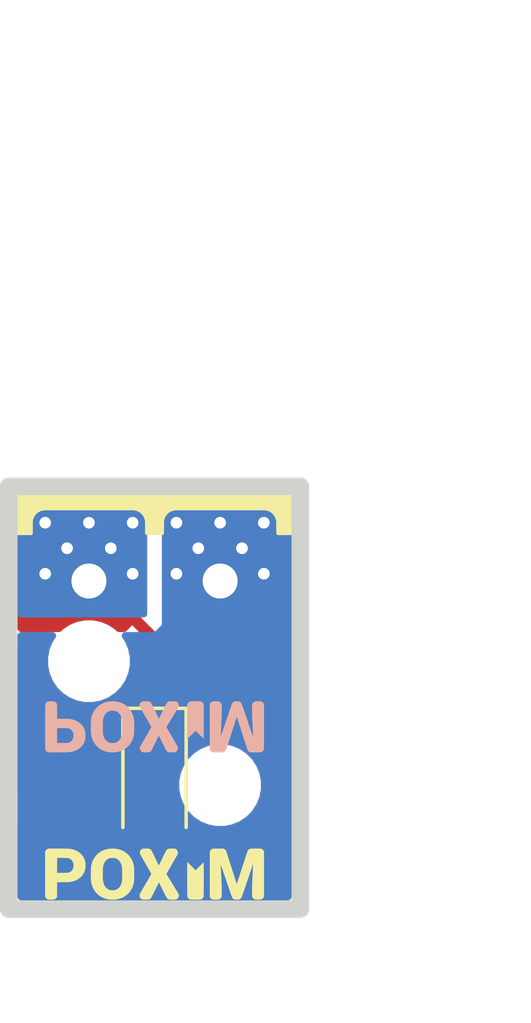
<source format=kicad_pcb>
(kicad_pcb (version 20171130) (host pcbnew "(5.1.0-0)")

  (general
    (thickness 1.6)
    (drawings 30)
    (tracks 22)
    (zones 0)
    (modules 7)
    (nets 3)
  )

  (page A4)
  (title_block
    (title "Finger sensor")
    (date 2020-04-27)
    (rev "Test proto")
    (company POxiM)
    (comment 1 "By Arthur Admiraal")
    (comment 2 "Infrared and red transmissivity sensor")
  )

  (layers
    (0 F.Cu signal)
    (31 B.Cu signal)
    (32 B.Adhes user)
    (33 F.Adhes user)
    (34 B.Paste user)
    (35 F.Paste user)
    (36 B.SilkS user)
    (37 F.SilkS user)
    (38 B.Mask user)
    (39 F.Mask user)
    (40 Dwgs.User user)
    (41 Cmts.User user)
    (42 Eco1.User user)
    (43 Eco2.User user)
    (44 Edge.Cuts user)
    (45 Margin user)
    (46 B.CrtYd user)
    (47 F.CrtYd user)
    (48 B.Fab user)
    (49 F.Fab user)
  )

  (setup
    (last_trace_width 0.4)
    (user_trace_width 0.4)
    (user_trace_width 0.5)
    (user_trace_width 1)
    (user_trace_width 2)
    (user_trace_width 2.5)
    (trace_clearance 0.4)
    (zone_clearance 0.4)
    (zone_45_only no)
    (trace_min 0.4)
    (via_size 0.8)
    (via_drill 0.4)
    (via_min_size 0.4)
    (via_min_drill 0.3)
    (user_via 0.6 0.3)
    (uvia_size 0.3)
    (uvia_drill 0.1)
    (uvias_allowed no)
    (uvia_min_size 0.2)
    (uvia_min_drill 0.1)
    (edge_width 0.05)
    (segment_width 0.2)
    (pcb_text_width 0.3)
    (pcb_text_size 1.5 1.5)
    (mod_edge_width 0.12)
    (mod_text_size 1 1)
    (mod_text_width 0.15)
    (pad_size 0.5 0.5)
    (pad_drill 0)
    (pad_to_mask_clearance 0.051)
    (solder_mask_min_width 0.25)
    (aux_axis_origin 0 0)
    (grid_origin 104 93)
    (visible_elements FFFFFF7F)
    (pcbplotparams
      (layerselection 0x310fc_ffffffff)
      (usegerberextensions false)
      (usegerberattributes false)
      (usegerberadvancedattributes false)
      (creategerberjobfile false)
      (excludeedgelayer true)
      (linewidth 0.100000)
      (plotframeref false)
      (viasonmask false)
      (mode 1)
      (useauxorigin false)
      (hpglpennumber 1)
      (hpglpenspeed 20)
      (hpglpendiameter 15.000000)
      (psnegative false)
      (psa4output false)
      (plotreference true)
      (plotvalue true)
      (plotinvisibletext false)
      (padsonsilk false)
      (subtractmaskfromsilk false)
      (outputformat 1)
      (mirror false)
      (drillshape 0)
      (scaleselection 1)
      (outputdirectory "Fabrication"))
  )

  (net 0 "")
  (net 1 /Photodiode)
  (net 2 GND)

  (net_class Default "Dit is de standaard class."
    (clearance 0.4)
    (trace_width 0.4)
    (via_dia 0.8)
    (via_drill 0.4)
    (uvia_dia 0.3)
    (uvia_drill 0.1)
    (diff_pair_width 0.4)
    (diff_pair_gap 0.4)
    (add_net /Photodiode)
    (add_net GND)
  )

  (module POxiM-logos:POxiMLogo_GoldHeart_W7_5mm (layer F.Cu) (tedit 5EA35749) (tstamp 5F04C503)
    (at 109 92.3)
    (fp_text reference G*** (at 0 0) (layer F.SilkS) hide
      (effects (font (size 1.524 1.524) (thickness 0.3)))
    )
    (fp_text value LOGO (at 0.75 0) (layer F.SilkS) hide
      (effects (font (size 1.524 1.524) (thickness 0.3)))
    )
    (fp_poly (pts (xy 1.313198 -0.862112) (xy 1.340705 -0.849507) (xy 1.353761 -0.840662) (xy 1.371213 -0.823979)
      (xy 1.386853 -0.80281) (xy 1.39875 -0.780056) (xy 1.403537 -0.765887) (xy 1.408812 -0.74493)
      (xy 1.411664 -0.758266) (xy 1.420642 -0.784096) (xy 1.435649 -0.809255) (xy 1.455187 -0.83189)
      (xy 1.477756 -0.850147) (xy 1.492714 -0.858502) (xy 1.510535 -0.86401) (xy 1.532847 -0.866977)
      (xy 1.556959 -0.867404) (xy 1.580176 -0.86529) (xy 1.599806 -0.860636) (xy 1.605126 -0.858502)
      (xy 1.624458 -0.846772) (xy 1.643993 -0.83016) (xy 1.661393 -0.810969) (xy 1.67432 -0.791503)
      (xy 1.6755 -0.789175) (xy 1.680967 -0.776681) (xy 1.684156 -0.765137) (xy 1.685644 -0.75159)
      (xy 1.686006 -0.735404) (xy 1.685346 -0.717869) (xy 1.68284 -0.702272) (xy 1.677853 -0.687135)
      (xy 1.669748 -0.670981) (xy 1.65789 -0.65233) (xy 1.641643 -0.629707) (xy 1.639044 -0.626222)
      (xy 1.631825 -0.61736) (xy 1.620545 -0.604512) (xy 1.605874 -0.588367) (xy 1.588479 -0.569616)
      (xy 1.569031 -0.548949) (xy 1.548197 -0.527057) (xy 1.526646 -0.504628) (xy 1.505047 -0.482354)
      (xy 1.484068 -0.460924) (xy 1.464379 -0.441029) (xy 1.446648 -0.423358) (xy 1.431544 -0.408602)
      (xy 1.419736 -0.397451) (xy 1.411891 -0.390595) (xy 1.408842 -0.388659) (xy 1.405386 -0.391268)
      (xy 1.397222 -0.398681) (xy 1.384995 -0.410275) (xy 1.369347 -0.425429) (xy 1.350923 -0.443519)
      (xy 1.330366 -0.463925) (xy 1.313211 -0.481102) (xy 1.276578 -0.518314) (xy 1.245238 -0.551052)
      (xy 1.218739 -0.579849) (xy 1.196631 -0.60524) (xy 1.178461 -0.627757) (xy 1.163778 -0.647934)
      (xy 1.152132 -0.666305) (xy 1.144444 -0.680569) (xy 1.136854 -0.696842) (xy 1.132432 -0.709384)
      (xy 1.130419 -0.720996) (xy 1.13005 -0.733828) (xy 1.133842 -0.764396) (xy 1.14388 -0.791892)
      (xy 1.159261 -0.815883) (xy 1.179082 -0.83594) (xy 1.20244 -0.85163) (xy 1.228434 -0.862524)
      (xy 1.25616 -0.868189) (xy 1.284716 -0.868196) (xy 1.313198 -0.862112)) (layer F.Mask) (width 0.01))
    (fp_poly (pts (xy 3.566099 -0.872038) (xy 3.59161 -0.871569) (xy 3.612434 -0.870754) (xy 3.629304 -0.869544)
      (xy 3.642952 -0.867887) (xy 3.654112 -0.865735) (xy 3.663517 -0.863038) (xy 3.6719 -0.859746)
      (xy 3.678418 -0.856622) (xy 3.70042 -0.841897) (xy 3.720516 -0.82197) (xy 3.736413 -0.79925)
      (xy 3.740348 -0.791547) (xy 3.751321 -0.767792) (xy 3.751321 0.767792) (xy 3.740348 0.791547)
      (xy 3.723796 0.818582) (xy 3.701724 0.84084) (xy 3.675081 0.857567) (xy 3.644819 0.868009)
      (xy 3.64349 0.868297) (xy 3.631897 0.869835) (xy 3.614334 0.871026) (xy 3.592445 0.871866)
      (xy 3.567873 0.872348) (xy 3.542263 0.872468) (xy 3.517257 0.872219) (xy 3.494499 0.871597)
      (xy 3.475632 0.870595) (xy 3.462301 0.869207) (xy 3.460629 0.868919) (xy 3.429617 0.859291)
      (xy 3.402095 0.843149) (xy 3.378926 0.82113) (xy 3.361978 0.79582) (xy 3.351231 0.775412)
      (xy 3.350382 0.582988) (xy 3.350255 0.550378) (xy 3.350189 0.520676) (xy 3.350208 0.493178)
      (xy 3.350331 0.467182) (xy 3.350582 0.441984) (xy 3.350982 0.416881) (xy 3.351552 0.391171)
      (xy 3.352315 0.364149) (xy 3.353293 0.335114) (xy 3.354506 0.303362) (xy 3.355977 0.268189)
      (xy 3.357727 0.228893) (xy 3.359779 0.184771) (xy 3.362153 0.135119) (xy 3.364872 0.079234)
      (xy 3.367828 0.019052) (xy 3.370384 -0.033501) (xy 3.372773 -0.083908) (xy 3.374975 -0.131647)
      (xy 3.376967 -0.176196) (xy 3.378728 -0.217034) (xy 3.380238 -0.253638) (xy 3.381475 -0.285487)
      (xy 3.382418 -0.312057) (xy 3.383045 -0.332827) (xy 3.383335 -0.347275) (xy 3.383268 -0.354879)
      (xy 3.383107 -0.355939) (xy 3.379911 -0.355326) (xy 3.376199 -0.349151) (xy 3.375904 -0.348402)
      (xy 3.374219 -0.343608) (xy 3.37021 -0.331998) (xy 3.364011 -0.313967) (xy 3.355757 -0.289913)
      (xy 3.345586 -0.260231) (xy 3.333631 -0.225317) (xy 3.320029 -0.185567) (xy 3.304914 -0.141379)
      (xy 3.288423 -0.093147) (xy 3.270692 -0.041268) (xy 3.251855 0.013861) (xy 3.232048 0.071845)
      (xy 3.211406 0.132288) (xy 3.190066 0.194792) (xy 3.179197 0.226634) (xy 3.152055 0.306095)
      (xy 3.127248 0.378598) (xy 3.104683 0.444408) (xy 3.084267 0.503792) (xy 3.065905 0.557014)
      (xy 3.049504 0.60434) (xy 3.034971 0.646035) (xy 3.022213 0.682366) (xy 3.011135 0.713596)
      (xy 3.001645 0.739993) (xy 2.99365 0.761821) (xy 2.987055 0.779346) (xy 2.981767 0.792833)
      (xy 2.977693 0.802548) (xy 2.974739 0.808756) (xy 2.973645 0.810641) (xy 2.955046 0.832818)
      (xy 2.931381 0.851227) (xy 2.905416 0.863909) (xy 2.896649 0.866514) (xy 2.88639 0.868381)
      (xy 2.873271 0.86962) (xy 2.855924 0.870337) (xy 2.832981 0.870641) (xy 2.819682 0.870672)
      (xy 2.79554 0.87063) (xy 2.777579 0.870389) (xy 2.764357 0.869773) (xy 2.754436 0.868609)
      (xy 2.746375 0.866722) (xy 2.738734 0.863937) (xy 2.730072 0.860081) (xy 2.729291 0.85972)
      (xy 2.710879 0.848898) (xy 2.692373 0.834099) (xy 2.67604 0.817415) (xy 2.664144 0.800943)
      (xy 2.662594 0.798054) (xy 2.660752 0.793235) (xy 2.656598 0.781597) (xy 2.650268 0.763535)
      (xy 2.641897 0.739447) (xy 2.631623 0.709729) (xy 2.619581 0.674777) (xy 2.605908 0.63499)
      (xy 2.590739 0.590763) (xy 2.57421 0.542493) (xy 2.556459 0.490577) (xy 2.537621 0.435412)
      (xy 2.517831 0.377394) (xy 2.497227 0.31692) (xy 2.475944 0.254387) (xy 2.465239 0.222907)
      (xy 2.443719 0.159647) (xy 2.42284 0.098337) (xy 2.402734 0.039367) (xy 2.383536 -0.016874)
      (xy 2.36538 -0.069996) (xy 2.348398 -0.119609) (xy 2.332726 -0.165323) (xy 2.318497 -0.206749)
      (xy 2.305844 -0.243497) (xy 2.294901 -0.275177) (xy 2.285802 -0.3014) (xy 2.278682 -0.321777)
      (xy 2.273673 -0.335916) (xy 2.27091 -0.343429) (xy 2.270406 -0.344586) (xy 2.266355 -0.346736)
      (xy 2.26548 -0.346318) (xy 2.26541 -0.34234) (xy 2.265701 -0.331259) (xy 2.266329 -0.313585)
      (xy 2.267272 -0.289826) (xy 2.268507 -0.26049) (xy 2.270013 -0.226087) (xy 2.271766 -0.187125)
      (xy 2.273745 -0.144112) (xy 2.275925 -0.097558) (xy 2.278286 -0.047971) (xy 2.280805 0.00414)
      (xy 2.282661 0.042087) (xy 2.285801 0.10614) (xy 2.288573 0.163239) (xy 2.290999 0.214042)
      (xy 2.293099 0.259205) (xy 2.294895 0.299385) (xy 2.296408 0.335239) (xy 2.297659 0.367426)
      (xy 2.298668 0.3966) (xy 2.299459 0.423421) (xy 2.30005 0.448544) (xy 2.300465 0.472626)
      (xy 2.300723 0.496326) (xy 2.300845 0.520299) (xy 2.300854 0.545203) (xy 2.30077 0.571695)
      (xy 2.300616 0.600135) (xy 2.300358 0.640777) (xy 2.300102 0.674526) (xy 2.299812 0.702108)
      (xy 2.299451 0.724252) (xy 2.298984 0.741684) (xy 2.298373 0.75513) (xy 2.297582 0.76532)
      (xy 2.296576 0.772979) (xy 2.295316 0.778835) (xy 2.293767 0.783615) (xy 2.291892 0.788047)
      (xy 2.291113 0.789735) (xy 2.280195 0.807924) (xy 2.265047 0.826333) (xy 2.247896 0.842606)
      (xy 2.23097 0.854382) (xy 2.229149 0.855337) (xy 2.21456 0.861472) (xy 2.19797 0.866775)
      (xy 2.191735 0.868293) (xy 2.180971 0.869672) (xy 2.164177 0.870744) (xy 2.14294 0.871505)
      (xy 2.118843 0.871953) (xy 2.093473 0.872086) (xy 2.068414 0.871899) (xy 2.045252 0.871392)
      (xy 2.025572 0.87056) (xy 2.010959 0.869402) (xy 2.005614 0.868616) (xy 1.97851 0.859622)
      (xy 1.952975 0.844348) (xy 1.930702 0.824132) (xy 1.913387 0.800315) (xy 1.909361 0.792559)
      (xy 1.899475 0.771602) (xy 1.899475 -0.771602) (xy 1.909361 -0.792559) (xy 1.925457 -0.818065)
      (xy 1.947594 -0.840072) (xy 1.974548 -0.857392) (xy 1.977588 -0.858881) (xy 2.002356 -0.870672)
      (xy 2.179538 -0.870672) (xy 2.22087 -0.870666) (xy 2.255307 -0.870625) (xy 2.283573 -0.870518)
      (xy 2.306393 -0.870313) (xy 2.324493 -0.869978) (xy 2.338598 -0.86948) (xy 2.349432 -0.868788)
      (xy 2.357722 -0.86787) (xy 2.364191 -0.866693) (xy 2.369566 -0.865227) (xy 2.37457 -0.863438)
      (xy 2.378447 -0.861894) (xy 2.401285 -0.849598) (xy 2.422374 -0.832605) (xy 2.439528 -0.812896)
      (xy 2.447784 -0.799047) (xy 2.44965 -0.793985) (xy 2.453662 -0.782201) (xy 2.459669 -0.764171)
      (xy 2.467516 -0.740371) (xy 2.47705 -0.711277) (xy 2.488119 -0.677366) (xy 2.500569 -0.639112)
      (xy 2.514247 -0.596993) (xy 2.528999 -0.551485) (xy 2.544673 -0.503063) (xy 2.561115 -0.452203)
      (xy 2.578173 -0.399382) (xy 2.595692 -0.345076) (xy 2.61352 -0.28976) (xy 2.631503 -0.233912)
      (xy 2.649488 -0.178006) (xy 2.667323 -0.122519) (xy 2.684853 -0.067927) (xy 2.701926 -0.014706)
      (xy 2.718389 0.036668) (xy 2.734088 0.085718) (xy 2.74887 0.131969) (xy 2.762581 0.174945)
      (xy 2.77507 0.21417) (xy 2.786182 0.249167) (xy 2.795764 0.27946) (xy 2.803663 0.304574)
      (xy 2.809726 0.324032) (xy 2.8138 0.337358) (xy 2.815731 0.344077) (xy 2.815872 0.344778)
      (xy 2.81891 0.346605) (xy 2.820635 0.346736) (xy 2.822452 0.343136) (xy 2.826511 0.332464)
      (xy 2.83275 0.314913) (xy 2.841103 0.290675) (xy 2.851509 0.259942) (xy 2.863902 0.222907)
      (xy 2.878219 0.179762) (xy 2.894396 0.130698) (xy 2.912371 0.075909) (xy 2.932078 0.015585)
      (xy 2.953454 -0.05008) (xy 2.976436 -0.120894) (xy 3.00096 -0.196666) (xy 3.006056 -0.212437)
      (xy 3.026602 -0.275964) (xy 3.046628 -0.337758) (xy 3.065999 -0.397407) (xy 3.084579 -0.454495)
      (xy 3.102232 -0.508611) (xy 3.118822 -0.55934) (xy 3.134214 -0.606271) (xy 3.148271 -0.648988)
      (xy 3.160857 -0.687079) (xy 3.171837 -0.72013) (xy 3.181075 -0.747729) (xy 3.188435 -0.769461)
      (xy 3.193781 -0.784914) (xy 3.196977 -0.793674) (xy 3.197574 -0.795105) (xy 3.212931 -0.819801)
      (xy 3.233994 -0.841162) (xy 3.259043 -0.857571) (xy 3.268539 -0.861887) (xy 3.273981 -0.86401)
      (xy 3.279321 -0.865766) (xy 3.285323 -0.867196) (xy 3.292747 -0.868341) (xy 3.302357 -0.869243)
      (xy 3.314916 -0.869941) (xy 3.331185 -0.870478) (xy 3.351927 -0.870894) (xy 3.377905 -0.87123)
      (xy 3.40988 -0.871527) (xy 3.448616 -0.871826) (xy 3.454111 -0.871867) (xy 3.498082 -0.872137)
      (xy 3.535167 -0.872211) (xy 3.566099 -0.872038)) (layer F.SilkS) (width 0.01))
    (fp_poly (pts (xy 1.265978 -0.267674) (xy 1.407984 -0.125732) (xy 1.501315 -0.219345) (xy 1.525675 -0.243691)
      (xy 1.550517 -0.268362) (xy 1.574776 -0.29231) (xy 1.597384 -0.314486) (xy 1.617276 -0.333843)
      (xy 1.633386 -0.349335) (xy 1.639465 -0.355092) (xy 1.684284 -0.397228) (xy 1.682284 0.771602)
      (xy 1.673831 0.789735) (xy 1.662913 0.807924) (xy 1.647765 0.826333) (xy 1.630614 0.842606)
      (xy 1.613688 0.854382) (xy 1.611867 0.855337) (xy 1.603217 0.859429) (xy 1.594472 0.862822)
      (xy 1.58485 0.865578) (xy 1.573567 0.867761) (xy 1.559837 0.869433) (xy 1.542878 0.870658)
      (xy 1.521904 0.8715) (xy 1.496133 0.87202) (xy 1.464779 0.872283) (xy 1.427058 0.872352)
      (xy 1.401081 0.872326) (xy 1.360482 0.872207) (xy 1.32678 0.871977) (xy 1.299248 0.871612)
      (xy 1.277162 0.871088) (xy 1.259799 0.87038) (xy 1.246432 0.869464) (xy 1.236337 0.868316)
      (xy 1.228791 0.866911) (xy 1.227036 0.866469) (xy 1.196919 0.854641) (xy 1.170987 0.836776)
      (xy 1.149996 0.813538) (xy 1.134706 0.785592) (xy 1.134668 0.785499) (xy 1.125968 0.763981)
      (xy 1.124969 0.177182) (xy 1.123971 -0.409616) (xy 1.265978 -0.267674)) (layer F.SilkS) (width 0.01))
    (fp_poly (pts (xy 0.717183 -0.86046) (xy 0.74394 -0.844198) (xy 0.766747 -0.82288) (xy 0.784047 -0.798035)
      (xy 0.787286 -0.791547) (xy 0.793042 -0.777821) (xy 0.796379 -0.765648) (xy 0.797912 -0.751878)
      (xy 0.798258 -0.735404) (xy 0.797905 -0.717978) (xy 0.796391 -0.705041) (xy 0.793069 -0.69348)
      (xy 0.787292 -0.68018) (xy 0.786368 -0.678248) (xy 0.782782 -0.67145) (xy 0.775655 -0.658552)
      (xy 0.76527 -0.640044) (xy 0.751907 -0.616421) (xy 0.735847 -0.588174) (xy 0.717372 -0.555797)
      (xy 0.696763 -0.51978) (xy 0.674301 -0.480618) (xy 0.650267 -0.438802) (xy 0.624943 -0.394825)
      (xy 0.598609 -0.349179) (xy 0.587714 -0.330319) (xy 0.400967 -0.007157) (xy 0.611368 0.336945)
      (xy 0.644889 0.391858) (xy 0.676143 0.443242) (xy 0.704956 0.490803) (xy 0.731154 0.53425)
      (xy 0.754562 0.573288) (xy 0.775007 0.607626) (xy 0.792313 0.63697) (xy 0.806306 0.661027)
      (xy 0.816812 0.679504) (xy 0.823657 0.692109) (xy 0.826666 0.698548) (xy 0.826716 0.698716)
      (xy 0.829491 0.715146) (xy 0.830218 0.735585) (xy 0.829849 0.744652) (xy 0.824269 0.776345)
      (xy 0.81199 0.804576) (xy 0.793298 0.828934) (xy 0.768478 0.849008) (xy 0.750646 0.85888)
      (xy 0.725878 0.870672) (xy 0.628899 0.871969) (xy 0.592646 0.872289) (xy 0.563 0.872107)
      (xy 0.538958 0.871317) (xy 0.519517 0.869811) (xy 0.503673 0.867481) (xy 0.490424 0.86422)
      (xy 0.478766 0.85992) (xy 0.468152 0.854722) (xy 0.46213 0.851422) (xy 0.456555 0.848109)
      (xy 0.451219 0.844414) (xy 0.445916 0.839964) (xy 0.440438 0.83439) (xy 0.434579 0.827321)
      (xy 0.42813 0.818386) (xy 0.420886 0.807215) (xy 0.412638 0.793437) (xy 0.403181 0.776682)
      (xy 0.392306 0.756579) (xy 0.379806 0.732757) (xy 0.365475 0.704846) (xy 0.349106 0.672476)
      (xy 0.330491 0.635275) (xy 0.309423 0.592873) (xy 0.285695 0.5449) (xy 0.2591 0.490984)
      (xy 0.229431 0.430756) (xy 0.216206 0.4039) (xy 0.151472 0.272442) (xy 0.017076 0.543082)
      (xy -0.008474 0.594531) (xy -0.030901 0.639614) (xy -0.050482 0.678788) (xy -0.067495 0.712507)
      (xy -0.082216 0.741228) (xy -0.094924 0.765405) (xy -0.105895 0.785494) (xy -0.115407 0.80195)
      (xy -0.123737 0.815228) (xy -0.131163 0.825784) (xy -0.137961 0.834072) (xy -0.144409 0.840549)
      (xy -0.150785 0.845669) (xy -0.157366 0.849888) (xy -0.164428 0.85366) (xy -0.17225 0.857442)
      (xy -0.175277 0.85888) (xy -0.200045 0.870672) (xy -0.293399 0.871374) (xy -0.320338 0.871433)
      (xy -0.345639 0.871217) (xy -0.368011 0.870761) (xy -0.386165 0.870095) (xy -0.39881 0.869252)
      (xy -0.403398 0.868638) (xy -0.431843 0.859003) (xy -0.457796 0.842872) (xy -0.479956 0.821278)
      (xy -0.497024 0.795252) (xy -0.49778 0.79373) (xy -0.505972 0.770577) (xy -0.510073 0.744593)
      (xy -0.509914 0.718572) (xy -0.505324 0.695303) (xy -0.504 0.691584) (xy -0.501076 0.685678)
      (xy -0.494569 0.673666) (xy -0.484749 0.656017) (xy -0.471884 0.6332) (xy -0.456243 0.605686)
      (xy -0.438095 0.573943) (xy -0.417709 0.538442) (xy -0.395353 0.499651) (xy -0.371297 0.458041)
      (xy -0.345809 0.41408) (xy -0.319159 0.368239) (xy -0.301084 0.337218) (xy -0.273977 0.290703)
      (xy -0.247951 0.245979) (xy -0.223265 0.203495) (xy -0.200177 0.163698) (xy -0.178944 0.127034)
      (xy -0.159826 0.093951) (xy -0.143081 0.064896) (xy -0.128966 0.040316) (xy -0.11774 0.020658)
      (xy -0.10966 0.00637) (xy -0.104986 -0.002102) (xy -0.103877 -0.004338) (xy -0.105509 -0.008489)
      (xy -0.110744 -0.018815) (xy -0.119354 -0.034909) (xy -0.131106 -0.056358) (xy -0.145772 -0.082755)
      (xy -0.163121 -0.113688) (xy -0.182922 -0.148748) (xy -0.204945 -0.187526) (xy -0.22896 -0.22961)
      (xy -0.254737 -0.274593) (xy -0.282046 -0.322063) (xy -0.294833 -0.344231) (xy -0.321786 -0.390999)
      (xy -0.347742 -0.436199) (xy -0.372435 -0.479356) (xy -0.395599 -0.519999) (xy -0.416967 -0.557654)
      (xy -0.436272 -0.591849) (xy -0.453248 -0.622109) (xy -0.467628 -0.647962) (xy -0.479146 -0.668935)
      (xy -0.487535 -0.684555) (xy -0.492528 -0.694349) (xy -0.493797 -0.697276) (xy -0.498023 -0.718947)
      (xy -0.498407 -0.743818) (xy -0.495134 -0.76862) (xy -0.488559 -0.789705) (xy -0.476032 -0.810721)
      (xy -0.458212 -0.831039) (xy -0.437281 -0.848488) (xy -0.418084 -0.859721) (xy -0.394374 -0.870672)
      (xy -0.293399 -0.870594) (xy -0.261902 -0.870507) (xy -0.237044 -0.870262) (xy -0.217845 -0.869804)
      (xy -0.203322 -0.86908) (xy -0.192494 -0.868035) (xy -0.184381 -0.866615) (xy -0.178002 -0.864764)
      (xy -0.176188 -0.864081) (xy -0.154666 -0.853346) (xy -0.134572 -0.839359) (xy -0.118547 -0.824044)
      (xy -0.114827 -0.81934) (xy -0.111501 -0.813603) (xy -0.105177 -0.80156) (xy -0.096139 -0.783787)
      (xy -0.08467 -0.760856) (xy -0.071053 -0.733341) (xy -0.05557 -0.701817) (xy -0.038504 -0.666857)
      (xy -0.020138 -0.629034) (xy -0.000756 -0.588923) (xy 0.01884 -0.548183) (xy 0.038731 -0.506767)
      (xy 0.057695 -0.467345) (xy 0.07547 -0.430457) (xy 0.091795 -0.396643) (xy 0.106406 -0.366443)
      (xy 0.119043 -0.340399) (xy 0.129444 -0.31905) (xy 0.137346 -0.302938) (xy 0.142489 -0.292603)
      (xy 0.144609 -0.288584) (xy 0.144623 -0.288568) (xy 0.146659 -0.291437) (xy 0.151751 -0.300649)
      (xy 0.15964 -0.315687) (xy 0.170063 -0.336032) (xy 0.182763 -0.361166) (xy 0.197477 -0.390572)
      (xy 0.213947 -0.42373) (xy 0.231911 -0.460124) (xy 0.25111 -0.499235) (xy 0.271284 -0.540544)
      (xy 0.274607 -0.54737) (xy 0.298347 -0.596122) (xy 0.319024 -0.638507) (xy 0.336897 -0.675018)
      (xy 0.352223 -0.706146) (xy 0.365261 -0.732384) (xy 0.376269 -0.754224) (xy 0.385507 -0.772158)
      (xy 0.393233 -0.786679) (xy 0.399704 -0.798277) (xy 0.405179 -0.807447) (xy 0.409917 -0.814679)
      (xy 0.414176 -0.820466) (xy 0.418215 -0.8253) (xy 0.422291 -0.829673) (xy 0.423468 -0.830875)
      (xy 0.444479 -0.84908) (xy 0.465856 -0.861072) (xy 0.467287 -0.861662) (xy 0.474253 -0.864355)
      (xy 0.480875 -0.866451) (xy 0.488196 -0.868024) (xy 0.497257 -0.869148) (xy 0.509097 -0.8699)
      (xy 0.52476 -0.870353) (xy 0.545285 -0.870582) (xy 0.571715 -0.870664) (xy 0.592515 -0.870672)
      (xy 0.695395 -0.870672) (xy 0.717183 -0.86046)) (layer F.SilkS) (width 0.01))
    (fp_poly (pts (xy -1.394555 -0.871167) (xy -1.317611 -0.864336) (xy -1.243921 -0.850769) (xy -1.17362 -0.830519)
      (xy -1.106844 -0.803641) (xy -1.043729 -0.770186) (xy -0.98441 -0.73021) (xy -0.929023 -0.683765)
      (xy -0.884836 -0.638907) (xy -0.838918 -0.582538) (xy -0.79953 -0.522258) (xy -0.766698 -0.458132)
      (xy -0.740452 -0.390223) (xy -0.720817 -0.318599) (xy -0.707823 -0.243322) (xy -0.70516 -0.219388)
      (xy -0.704164 -0.204775) (xy -0.703313 -0.183574) (xy -0.702607 -0.156819) (xy -0.702045 -0.125541)
      (xy -0.701629 -0.090773) (xy -0.701356 -0.053547) (xy -0.701229 -0.014895) (xy -0.701246 0.024151)
      (xy -0.701408 0.062558) (xy -0.701714 0.099293) (xy -0.702166 0.133326) (xy -0.702762 0.163623)
      (xy -0.703502 0.189152) (xy -0.704388 0.208881) (xy -0.70516 0.219387) (xy -0.716105 0.296423)
      (xy -0.733569 0.369518) (xy -0.757568 0.4387) (xy -0.788114 0.503996) (xy -0.825221 0.565434)
      (xy -0.868903 0.623039) (xy -0.919173 0.67684) (xy -0.947889 0.703293) (xy -1.001699 0.745416)
      (xy -1.060172 0.781708) (xy -1.122944 0.812068) (xy -1.189653 0.836392) (xy -1.259934 0.854577)
      (xy -1.333425 0.866522) (xy -1.40976 0.872123) (xy -1.488578 0.871279) (xy -1.531773 0.868131)
      (xy -1.606143 0.857524) (xy -1.677692 0.840082) (xy -1.746075 0.815991) (xy -1.81095 0.785439)
      (xy -1.871971 0.748613) (xy -1.928796 0.705701) (xy -1.98108 0.656889) (xy -2.02848 0.602364)
      (xy -2.034605 0.594419) (xy -2.075467 0.534456) (xy -2.109626 0.470947) (xy -2.137109 0.403826)
      (xy -2.157942 0.333025) (xy -2.172152 0.258478) (xy -2.17377 0.246527) (xy -2.175304 0.230096)
      (xy -2.176622 0.207062) (xy -2.177724 0.178417) (xy -2.178611 0.145152) (xy -2.179283 0.108259)
      (xy -2.17974 0.068732) (xy -2.179982 0.027562) (xy -2.179994 0.00928) (xy -1.778922 0.00928)
      (xy -1.778885 0.061143) (xy -1.778256 0.106703) (xy -1.777003 0.146611) (xy -1.775097 0.181517)
      (xy -1.772503 0.212069) (xy -1.769192 0.238919) (xy -1.765132 0.262717) (xy -1.762657 0.274347)
      (xy -1.747229 0.328854) (xy -1.727123 0.378234) (xy -1.702561 0.422218) (xy -1.673767 0.460538)
      (xy -1.640964 0.492923) (xy -1.604375 0.519106) (xy -1.564223 0.538818) (xy -1.535367 0.548289)
      (xy -1.519623 0.552449) (xy -1.507117 0.555424) (xy -1.496055 0.557384) (xy -1.484646 0.558501)
      (xy -1.471095 0.558948) (xy -1.453612 0.558897) (xy -1.430403 0.558518) (xy -1.428892 0.55849)
      (xy -1.405662 0.557965) (xy -1.388107 0.55718) (xy -1.374284 0.555863) (xy -1.362248 0.553739)
      (xy -1.350055 0.550536) (xy -1.335759 0.545981) (xy -1.332768 0.544981) (xy -1.290272 0.5268)
      (xy -1.251655 0.502164) (xy -1.217079 0.471271) (xy -1.186707 0.434317) (xy -1.160701 0.391502)
      (xy -1.139223 0.343023) (xy -1.122435 0.289077) (xy -1.122295 0.288525) (xy -1.118535 0.272948)
      (xy -1.115354 0.257824) (xy -1.112706 0.242366) (xy -1.110543 0.225784) (xy -1.108819 0.207289)
      (xy -1.107486 0.186093) (xy -1.106497 0.161406) (xy -1.105804 0.13244) (xy -1.105361 0.098405)
      (xy -1.10512 0.058513) (xy -1.105034 0.011975) (xy -1.105032 0) (xy -1.105088 -0.04824)
      (xy -1.10529 -0.089647) (xy -1.105682 -0.125008) (xy -1.106313 -0.155111) (xy -1.10723 -0.180742)
      (xy -1.108478 -0.202689) (xy -1.110105 -0.221738) (xy -1.112157 -0.238678) (xy -1.114682 -0.254294)
      (xy -1.117726 -0.269375) (xy -1.121336 -0.284707) (xy -1.122164 -0.288008) (xy -1.138963 -0.342128)
      (xy -1.160507 -0.390761) (xy -1.18664 -0.433728) (xy -1.217204 -0.470846) (xy -1.252044 -0.501934)
      (xy -1.291005 -0.52681) (xy -1.333928 -0.545294) (xy -1.347141 -0.549445) (xy -1.359604 -0.552792)
      (xy -1.371305 -0.555169) (xy -1.383947 -0.556732) (xy -1.399234 -0.557635) (xy -1.418868 -0.558033)
      (xy -1.442229 -0.558086) (xy -1.472913 -0.557669) (xy -1.497823 -0.556334) (xy -1.518784 -0.553739)
      (xy -1.53762 -0.549545) (xy -1.556155 -0.543411) (xy -1.576214 -0.534997) (xy -1.583213 -0.531786)
      (xy -1.620647 -0.510214) (xy -1.655007 -0.481999) (xy -1.685901 -0.447634) (xy -1.712935 -0.407609)
      (xy -1.735718 -0.362416) (xy -1.75091 -0.321977) (xy -1.756791 -0.302939) (xy -1.761727 -0.284655)
      (xy -1.765811 -0.266206) (xy -1.769136 -0.246673) (xy -1.771794 -0.225139) (xy -1.773878 -0.200685)
      (xy -1.77548 -0.172392) (xy -1.776694 -0.139341) (xy -1.777611 -0.100615) (xy -1.778325 -0.055294)
      (xy -1.778399 -0.049535) (xy -1.778922 0.00928) (xy -2.179994 0.00928) (xy -2.18001 -0.01426)
      (xy -2.179824 -0.05574) (xy -2.179423 -0.095886) (xy -2.178809 -0.133707) (xy -2.17798 -0.16821)
      (xy -2.176938 -0.198403) (xy -2.175683 -0.223294) (xy -2.174214 -0.24189) (xy -2.173676 -0.246527)
      (xy -2.16038 -0.321147) (xy -2.140447 -0.392519) (xy -2.114043 -0.460344) (xy -2.08133 -0.524323)
      (xy -2.04247 -0.584154) (xy -1.997628 -0.63954) (xy -1.946966 -0.69018) (xy -1.919272 -0.713814)
      (xy -1.864043 -0.754508) (xy -1.806647 -0.788804) (xy -1.746507 -0.816908) (xy -1.683044 -0.839025)
      (xy -1.615678 -0.85536) (xy -1.543832 -0.866117) (xy -1.474617 -0.871209) (xy -1.394555 -0.871167)) (layer F.SilkS) (width 0.01))
    (fp_poly (pts (xy -3.408229 -0.872091) (xy -3.356484 -0.871894) (xy -3.297733 -0.871623) (xy -3.282643 -0.87155)
      (xy -3.221498 -0.871245) (xy -3.167402 -0.87094) (xy -3.119784 -0.870603) (xy -3.078072 -0.870204)
      (xy -3.041694 -0.869711) (xy -3.010079 -0.869093) (xy -2.982655 -0.868317) (xy -2.958851 -0.867353)
      (xy -2.938094 -0.866169) (xy -2.919814 -0.864734) (xy -2.903438 -0.863016) (xy -2.888396 -0.860983)
      (xy -2.874115 -0.858604) (xy -2.860025 -0.855848) (xy -2.845552 -0.852684) (xy -2.830127 -0.849079)
      (xy -2.816932 -0.845909) (xy -2.75089 -0.826552) (xy -2.688987 -0.801496) (xy -2.631557 -0.771024)
      (xy -2.578936 -0.735419) (xy -2.531457 -0.694964) (xy -2.489455 -0.64994) (xy -2.453264 -0.600632)
      (xy -2.423219 -0.547323) (xy -2.401002 -0.494162) (xy -2.391843 -0.466773) (xy -2.384779 -0.441801)
      (xy -2.379561 -0.417557) (xy -2.375943 -0.392352) (xy -2.373678 -0.364493) (xy -2.372519 -0.332293)
      (xy -2.372218 -0.29721) (xy -2.372308 -0.267734) (xy -2.372644 -0.244414) (xy -2.373327 -0.225787)
      (xy -2.374455 -0.21039) (xy -2.376128 -0.196758) (xy -2.378445 -0.183429) (xy -2.380687 -0.172655)
      (xy -2.395757 -0.115646) (xy -2.415205 -0.064001) (xy -2.439752 -0.016399) (xy -2.470114 0.02848)
      (xy -2.507009 0.071955) (xy -2.522388 0.087876) (xy -2.567183 0.128648) (xy -2.615084 0.163956)
      (xy -2.666702 0.194089) (xy -2.722649 0.219334) (xy -2.783537 0.239978) (xy -2.849978 0.25631)
      (xy -2.899942 0.265302) (xy -2.910746 0.26677) (xy -2.923407 0.268035) (xy -2.93861 0.26912)
      (xy -2.957041 0.270046) (xy -2.979382 0.270838) (xy -3.006319 0.271516) (xy -3.038536 0.272104)
      (xy -3.076718 0.272624) (xy -3.121549 0.273099) (xy -3.142506 0.27329) (xy -3.345304 0.275071)
      (xy -3.346362 0.525241) (xy -3.347419 0.775412) (xy -3.358166 0.79582) (xy -3.376492 0.822751)
      (xy -3.399975 0.844401) (xy -3.427753 0.860134) (xy -3.456817 0.868919) (xy -3.469005 0.870372)
      (xy -3.486924 0.871404) (xy -3.508997 0.872029) (xy -3.533649 0.872261) (xy -3.559302 0.872115)
      (xy -3.584381 0.871605) (xy -3.607308 0.870746) (xy -3.626509 0.86955) (xy -3.640406 0.868033)
      (xy -3.644629 0.867221) (xy -3.674607 0.856033) (xy -3.700803 0.838574) (xy -3.722297 0.815604)
      (xy -3.736537 0.791547) (xy -3.747509 0.767792) (xy -3.747509 -0.037704) (xy -3.345514 -0.037704)
      (xy -3.159758 -0.039029) (xy -3.117237 -0.039342) (xy -3.081605 -0.039646) (xy -3.052132 -0.039975)
      (xy -3.028085 -0.040362) (xy -3.008735 -0.040842) (xy -2.99335 -0.041449) (xy -2.981198 -0.042217)
      (xy -2.971548 -0.04318) (xy -2.963671 -0.044372) (xy -2.956833 -0.045827) (xy -2.950304 -0.04758)
      (xy -2.945451 -0.049025) (xy -2.904813 -0.065049) (xy -2.869061 -0.08684) (xy -2.838454 -0.114144)
      (xy -2.813252 -0.146712) (xy -2.793715 -0.18429) (xy -2.786751 -0.203038) (xy -2.782713 -0.215954)
      (xy -2.779871 -0.227352) (xy -2.77801 -0.239076) (xy -2.776913 -0.252972) (xy -2.776363 -0.270884)
      (xy -2.77615 -0.2934) (xy -2.77646 -0.323885) (xy -2.777985 -0.348765) (xy -2.781119 -0.370011)
      (xy -2.786255 -0.389596) (xy -2.793788 -0.409491) (xy -2.803572 -0.430573) (xy -2.815513 -0.451423)
      (xy -2.830774 -0.471317) (xy -2.846285 -0.487894) (xy -2.87145 -0.510538) (xy -2.897152 -0.527805)
      (xy -2.925983 -0.541236) (xy -2.949262 -0.549134) (xy -2.956072 -0.551114) (xy -2.962705 -0.552772)
      (xy -2.969899 -0.554143) (xy -2.97839 -0.555263) (xy -2.988915 -0.556166) (xy -3.002209 -0.556887)
      (xy -3.01901 -0.557461) (xy -3.040055 -0.557923) (xy -3.066078 -0.558308) (xy -3.097819 -0.55865)
      (xy -3.136011 -0.558985) (xy -3.161663 -0.559191) (xy -3.345514 -0.560648) (xy -3.345514 -0.037704)
      (xy -3.747509 -0.037704) (xy -3.747509 -0.767792) (xy -3.736537 -0.791547) (xy -3.722529 -0.81466)
      (xy -3.703566 -0.835776) (xy -3.68194 -0.852484) (xy -3.674607 -0.856622) (xy -3.668895 -0.859428)
      (xy -3.663119 -0.861897) (xy -3.656781 -0.864048) (xy -3.649386 -0.865899) (xy -3.640438 -0.86747)
      (xy -3.629442 -0.868779) (xy -3.615902 -0.869845) (xy -3.599321 -0.870687) (xy -3.579204 -0.871323)
      (xy -3.555056 -0.871774) (xy -3.52638 -0.872057) (xy -3.492681 -0.872192) (xy -3.453462 -0.872197)
      (xy -3.408229 -0.872091)) (layer F.SilkS) (width 0.01))
  )

  (module POxiM-uncategorised:Fiducial_1mm_Mask2mm (layer F.Cu) (tedit 5F019CCE) (tstamp 5EFE47C2)
    (at 111.75 85.75)
    (descr "Circular Fiducial, 1mm bare copper, 2mm soldermask opening (Level A)")
    (tags fiducial)
    (path /5F04C457)
    (attr smd)
    (fp_text reference FID2 (at 0 -2) (layer F.SilkS) hide
      (effects (font (size 1 1) (thickness 0.15)))
    )
    (fp_text value Fiducial (at 0 2) (layer F.Fab) hide
      (effects (font (size 1 1) (thickness 0.15)))
    )
    (fp_circle (center 0 0) (end 1.25 0) (layer F.CrtYd) (width 0.05))
    (fp_text user %R (at 0 0) (layer F.Fab)
      (effects (font (size 0.4 0.4) (thickness 0.06)))
    )
    (fp_circle (center 0 0) (end 1 0) (layer F.Fab) (width 0.1))
    (pad "" smd circle (at 0 0) (size 1 1) (layers F.Cu F.Mask)
      (solder_mask_margin 0.5) (clearance 0.6))
  )

  (module POxiM-uncategorised:Fiducial_1mm_Mask2mm (layer F.Cu) (tedit 5F019CCE) (tstamp 5EFE47BA)
    (at 105.5 90)
    (descr "Circular Fiducial, 1mm bare copper, 2mm soldermask opening (Level A)")
    (tags fiducial)
    (path /5F04B929)
    (attr smd)
    (fp_text reference FID1 (at 0 -2) (layer F.SilkS) hide
      (effects (font (size 1 1) (thickness 0.15)))
    )
    (fp_text value Fiducial (at 0 2) (layer F.Fab) hide
      (effects (font (size 1 1) (thickness 0.15)))
    )
    (fp_circle (center 0 0) (end 1.25 0) (layer F.CrtYd) (width 0.05))
    (fp_text user %R (at 0 0) (layer F.Fab)
      (effects (font (size 0.4 0.4) (thickness 0.06)))
    )
    (fp_circle (center 0 0) (end 1 0) (layer F.Fab) (width 0.1))
    (pad "" smd circle (at 0 0) (size 1 1) (layers F.Cu F.Mask)
      (solder_mask_margin 0.5) (clearance 0.6))
  )

  (module POxiM-uncategorised:LED_1206_3216Metric_0805_2012Metric_Castellated (layer F.Cu) (tedit 5EFDE095) (tstamp 5F03729C)
    (at 109 89.1 270)
    (descr "LED SMD 1206 (3216 Metric), castellated end terminal, IPC_7351 nominal, (Body size source: http://www.tortai-tech.com/upload/download/2011102023233369053.pdf), generated with kicad-footprint-generator")
    (tags "LED castellated")
    (path /5EA6D793)
    (clearance 0.4)
    (attr smd)
    (fp_text reference D1 (at 0 -1.78 270) (layer F.SilkS) hide
      (effects (font (size 1 1) (thickness 0.15)))
    )
    (fp_text value Photodiode (at 0 1.78 270) (layer F.Fab) hide
      (effects (font (size 1 1) (thickness 0.15)))
    )
    (fp_text user %R (at 0 0 270) (layer F.Fab)
      (effects (font (size 0.8 0.8) (thickness 0.12)))
    )
    (fp_line (start 2.48 1.08) (end -2.48 1.08) (layer F.CrtYd) (width 0.05))
    (fp_line (start 2.48 -1.08) (end 2.48 1.08) (layer F.CrtYd) (width 0.05))
    (fp_line (start -2.48 -1.08) (end 2.48 -1.08) (layer F.CrtYd) (width 0.05))
    (fp_line (start -2.48 1.08) (end -2.48 -1.08) (layer F.CrtYd) (width 0.05))
    (fp_line (start -2.485 1.085) (end 1.6 1.085) (layer F.SilkS) (width 0.12))
    (fp_line (start -2.485 -1.085) (end -2.485 1.085) (layer F.SilkS) (width 0.12))
    (fp_line (start 1.6 -1.085) (end -2.485 -1.085) (layer F.SilkS) (width 0.12))
    (fp_line (start 1.6 0.8) (end 1.6 -0.8) (layer F.Fab) (width 0.1))
    (fp_line (start -1.6 0.8) (end 1.6 0.8) (layer F.Fab) (width 0.1))
    (fp_line (start -1.6 -0.4) (end -1.6 0.8) (layer F.Fab) (width 0.1))
    (fp_line (start -1.2 -0.8) (end -1.6 -0.4) (layer F.Fab) (width 0.1))
    (fp_line (start 1.6 -0.8) (end -1.2 -0.8) (layer F.Fab) (width 0.1))
    (pad 2 smd roundrect (at 1.3625 0 270) (size 1.725 1.65) (layers F.Cu F.Paste F.Mask) (roundrect_rratio 0.156)
      (net 2 GND))
    (pad 1 smd roundrect (at -1.3625 0 270) (size 1.725 1.65) (layers F.Cu F.Paste F.Mask) (roundrect_rratio 0.156)
      (net 1 /Photodiode))
    (model ${KISYS3DMOD}/LED_SMD.3dshapes/LED_1206_3216Metric_Castellated.wrl
      (at (xyz 0 0 0))
      (scale (xyz 1 1 1))
      (rotate (xyz 0 0 0))
    )
    (model ${KISYS3DMOD}/LED_SMD.3dshapes/LED_0805_2012Metric_Castellated.wrl
      (at (xyz 0 0 0))
      (scale (xyz 1 1 1))
      (rotate (xyz 0 0 0))
    )
    (model ${KISYS3DMOD}/LED_SMD.3dshapes/LED_1206_3216Metric_Castellated.step
      (at (xyz 0 0 0))
      (scale (xyz 1 1 1))
      (rotate (xyz 0 0 0))
    )
    (model ${KISYS3DMOD}/LED_SMD.3dshapes/LED_0805_2012Metric_Castellated.step
      (at (xyz 0 0 0))
      (scale (xyz 1 1 1))
      (rotate (xyz 0 0 0))
    )
  )

  (module POxiM-uncategorised:AlignmentHole_2mm (layer F.Cu) (tedit 5F031E59) (tstamp 5EFE9CEE)
    (at 106.75 85)
    (descr "Mounting Hole 2.2mm, no annular, M2")
    (tags "mounting hole 2.2mm no annular m2")
    (path /5F048FBF)
    (clearance 0.4)
    (attr virtual)
    (fp_text reference H1 (at 0 0) (layer F.SilkS) hide
      (effects (font (size 1 1) (thickness 0.15)))
    )
    (fp_text value "M2 alignment hole" (at 0 3.2) (layer F.Fab) hide
      (effects (font (size 1 1) (thickness 0.15)))
    )
    (fp_circle (center 0 0) (end 2.45 0) (layer F.CrtYd) (width 0.05))
    (fp_circle (center 0 0) (end 2.2 0) (layer Cmts.User) (width 0.15))
    (fp_text user %R (at 0.3 0) (layer F.Fab)
      (effects (font (size 1 1) (thickness 0.15)))
    )
    (pad "" np_thru_hole circle (at 0 0) (size 2 2) (drill 2) (layers *.Cu *.Mask))
  )

  (module POxiM-uncategorised:AlignmentHole_2mm (layer F.Cu) (tedit 5F031E59) (tstamp 5EFEC255)
    (at 111.25 89.25)
    (descr "Mounting Hole 2.2mm, no annular, M2")
    (tags "mounting hole 2.2mm no annular m2")
    (path /5F049620)
    (clearance 0.4)
    (attr virtual)
    (fp_text reference H2 (at 0 0) (layer F.SilkS) hide
      (effects (font (size 1 1) (thickness 0.15)))
    )
    (fp_text value "M2 alignment hole" (at 0 3.2) (layer F.Fab) hide
      (effects (font (size 1 1) (thickness 0.15)))
    )
    (fp_circle (center 0 0) (end 2.45 0) (layer F.CrtYd) (width 0.05))
    (fp_circle (center 0 0) (end 2.2 0) (layer Cmts.User) (width 0.15))
    (fp_text user %R (at 0.3 0) (layer F.Fab)
      (effects (font (size 1 1) (thickness 0.15)))
    )
    (pad "" np_thru_hole circle (at 0 0) (size 2 2) (drill 2) (layers *.Cu *.Mask))
  )

  (module POxiM-logos:POxiMLogo_GoldHeart_W7_5mm (layer B.Cu) (tedit 5EA35749) (tstamp 5EFEB36D)
    (at 109 87.25)
    (fp_text reference G*** (at 0 0) (layer B.SilkS) hide
      (effects (font (size 1.524 1.524) (thickness 0.3)) (justify mirror))
    )
    (fp_text value LOGO (at 0.75 0) (layer B.SilkS) hide
      (effects (font (size 1.524 1.524) (thickness 0.3)) (justify mirror))
    )
    (fp_poly (pts (xy 1.313198 0.862112) (xy 1.340705 0.849507) (xy 1.353761 0.840662) (xy 1.371213 0.823979)
      (xy 1.386853 0.80281) (xy 1.39875 0.780056) (xy 1.403537 0.765887) (xy 1.408812 0.74493)
      (xy 1.411664 0.758266) (xy 1.420642 0.784096) (xy 1.435649 0.809255) (xy 1.455187 0.83189)
      (xy 1.477756 0.850147) (xy 1.492714 0.858502) (xy 1.510535 0.86401) (xy 1.532847 0.866977)
      (xy 1.556959 0.867404) (xy 1.580176 0.86529) (xy 1.599806 0.860636) (xy 1.605126 0.858502)
      (xy 1.624458 0.846772) (xy 1.643993 0.83016) (xy 1.661393 0.810969) (xy 1.67432 0.791503)
      (xy 1.6755 0.789175) (xy 1.680967 0.776681) (xy 1.684156 0.765137) (xy 1.685644 0.75159)
      (xy 1.686006 0.735404) (xy 1.685346 0.717869) (xy 1.68284 0.702272) (xy 1.677853 0.687135)
      (xy 1.669748 0.670981) (xy 1.65789 0.65233) (xy 1.641643 0.629707) (xy 1.639044 0.626222)
      (xy 1.631825 0.61736) (xy 1.620545 0.604512) (xy 1.605874 0.588367) (xy 1.588479 0.569616)
      (xy 1.569031 0.548949) (xy 1.548197 0.527057) (xy 1.526646 0.504628) (xy 1.505047 0.482354)
      (xy 1.484068 0.460924) (xy 1.464379 0.441029) (xy 1.446648 0.423358) (xy 1.431544 0.408602)
      (xy 1.419736 0.397451) (xy 1.411891 0.390595) (xy 1.408842 0.388659) (xy 1.405386 0.391268)
      (xy 1.397222 0.398681) (xy 1.384995 0.410275) (xy 1.369347 0.425429) (xy 1.350923 0.443519)
      (xy 1.330366 0.463925) (xy 1.313211 0.481102) (xy 1.276578 0.518314) (xy 1.245238 0.551052)
      (xy 1.218739 0.579849) (xy 1.196631 0.60524) (xy 1.178461 0.627757) (xy 1.163778 0.647934)
      (xy 1.152132 0.666305) (xy 1.144444 0.680569) (xy 1.136854 0.696842) (xy 1.132432 0.709384)
      (xy 1.130419 0.720996) (xy 1.13005 0.733828) (xy 1.133842 0.764396) (xy 1.14388 0.791892)
      (xy 1.159261 0.815883) (xy 1.179082 0.83594) (xy 1.20244 0.85163) (xy 1.228434 0.862524)
      (xy 1.25616 0.868189) (xy 1.284716 0.868196) (xy 1.313198 0.862112)) (layer B.Mask) (width 0.01))
    (fp_poly (pts (xy 3.566099 0.872038) (xy 3.59161 0.871569) (xy 3.612434 0.870754) (xy 3.629304 0.869544)
      (xy 3.642952 0.867887) (xy 3.654112 0.865735) (xy 3.663517 0.863038) (xy 3.6719 0.859746)
      (xy 3.678418 0.856622) (xy 3.70042 0.841897) (xy 3.720516 0.82197) (xy 3.736413 0.79925)
      (xy 3.740348 0.791547) (xy 3.751321 0.767792) (xy 3.751321 -0.767792) (xy 3.740348 -0.791547)
      (xy 3.723796 -0.818582) (xy 3.701724 -0.84084) (xy 3.675081 -0.857567) (xy 3.644819 -0.868009)
      (xy 3.64349 -0.868297) (xy 3.631897 -0.869835) (xy 3.614334 -0.871026) (xy 3.592445 -0.871866)
      (xy 3.567873 -0.872348) (xy 3.542263 -0.872468) (xy 3.517257 -0.872219) (xy 3.494499 -0.871597)
      (xy 3.475632 -0.870595) (xy 3.462301 -0.869207) (xy 3.460629 -0.868919) (xy 3.429617 -0.859291)
      (xy 3.402095 -0.843149) (xy 3.378926 -0.82113) (xy 3.361978 -0.79582) (xy 3.351231 -0.775412)
      (xy 3.350382 -0.582988) (xy 3.350255 -0.550378) (xy 3.350189 -0.520676) (xy 3.350208 -0.493178)
      (xy 3.350331 -0.467182) (xy 3.350582 -0.441984) (xy 3.350982 -0.416881) (xy 3.351552 -0.391171)
      (xy 3.352315 -0.364149) (xy 3.353293 -0.335114) (xy 3.354506 -0.303362) (xy 3.355977 -0.268189)
      (xy 3.357727 -0.228893) (xy 3.359779 -0.184771) (xy 3.362153 -0.135119) (xy 3.364872 -0.079234)
      (xy 3.367828 -0.019052) (xy 3.370384 0.033501) (xy 3.372773 0.083908) (xy 3.374975 0.131647)
      (xy 3.376967 0.176196) (xy 3.378728 0.217034) (xy 3.380238 0.253638) (xy 3.381475 0.285487)
      (xy 3.382418 0.312057) (xy 3.383045 0.332827) (xy 3.383335 0.347275) (xy 3.383268 0.354879)
      (xy 3.383107 0.355939) (xy 3.379911 0.355326) (xy 3.376199 0.349151) (xy 3.375904 0.348402)
      (xy 3.374219 0.343608) (xy 3.37021 0.331998) (xy 3.364011 0.313967) (xy 3.355757 0.289913)
      (xy 3.345586 0.260231) (xy 3.333631 0.225317) (xy 3.320029 0.185567) (xy 3.304914 0.141379)
      (xy 3.288423 0.093147) (xy 3.270692 0.041268) (xy 3.251855 -0.013861) (xy 3.232048 -0.071845)
      (xy 3.211406 -0.132288) (xy 3.190066 -0.194792) (xy 3.179197 -0.226634) (xy 3.152055 -0.306095)
      (xy 3.127248 -0.378598) (xy 3.104683 -0.444408) (xy 3.084267 -0.503792) (xy 3.065905 -0.557014)
      (xy 3.049504 -0.60434) (xy 3.034971 -0.646035) (xy 3.022213 -0.682366) (xy 3.011135 -0.713596)
      (xy 3.001645 -0.739993) (xy 2.99365 -0.761821) (xy 2.987055 -0.779346) (xy 2.981767 -0.792833)
      (xy 2.977693 -0.802548) (xy 2.974739 -0.808756) (xy 2.973645 -0.810641) (xy 2.955046 -0.832818)
      (xy 2.931381 -0.851227) (xy 2.905416 -0.863909) (xy 2.896649 -0.866514) (xy 2.88639 -0.868381)
      (xy 2.873271 -0.86962) (xy 2.855924 -0.870337) (xy 2.832981 -0.870641) (xy 2.819682 -0.870672)
      (xy 2.79554 -0.87063) (xy 2.777579 -0.870389) (xy 2.764357 -0.869773) (xy 2.754436 -0.868609)
      (xy 2.746375 -0.866722) (xy 2.738734 -0.863937) (xy 2.730072 -0.860081) (xy 2.729291 -0.85972)
      (xy 2.710879 -0.848898) (xy 2.692373 -0.834099) (xy 2.67604 -0.817415) (xy 2.664144 -0.800943)
      (xy 2.662594 -0.798054) (xy 2.660752 -0.793235) (xy 2.656598 -0.781597) (xy 2.650268 -0.763535)
      (xy 2.641897 -0.739447) (xy 2.631623 -0.709729) (xy 2.619581 -0.674777) (xy 2.605908 -0.63499)
      (xy 2.590739 -0.590763) (xy 2.57421 -0.542493) (xy 2.556459 -0.490577) (xy 2.537621 -0.435412)
      (xy 2.517831 -0.377394) (xy 2.497227 -0.31692) (xy 2.475944 -0.254387) (xy 2.465239 -0.222907)
      (xy 2.443719 -0.159647) (xy 2.42284 -0.098337) (xy 2.402734 -0.039367) (xy 2.383536 0.016874)
      (xy 2.36538 0.069996) (xy 2.348398 0.119609) (xy 2.332726 0.165323) (xy 2.318497 0.206749)
      (xy 2.305844 0.243497) (xy 2.294901 0.275177) (xy 2.285802 0.3014) (xy 2.278682 0.321777)
      (xy 2.273673 0.335916) (xy 2.27091 0.343429) (xy 2.270406 0.344586) (xy 2.266355 0.346736)
      (xy 2.26548 0.346318) (xy 2.26541 0.34234) (xy 2.265701 0.331259) (xy 2.266329 0.313585)
      (xy 2.267272 0.289826) (xy 2.268507 0.26049) (xy 2.270013 0.226087) (xy 2.271766 0.187125)
      (xy 2.273745 0.144112) (xy 2.275925 0.097558) (xy 2.278286 0.047971) (xy 2.280805 -0.00414)
      (xy 2.282661 -0.042087) (xy 2.285801 -0.10614) (xy 2.288573 -0.163239) (xy 2.290999 -0.214042)
      (xy 2.293099 -0.259205) (xy 2.294895 -0.299385) (xy 2.296408 -0.335239) (xy 2.297659 -0.367426)
      (xy 2.298668 -0.3966) (xy 2.299459 -0.423421) (xy 2.30005 -0.448544) (xy 2.300465 -0.472626)
      (xy 2.300723 -0.496326) (xy 2.300845 -0.520299) (xy 2.300854 -0.545203) (xy 2.30077 -0.571695)
      (xy 2.300616 -0.600135) (xy 2.300358 -0.640777) (xy 2.300102 -0.674526) (xy 2.299812 -0.702108)
      (xy 2.299451 -0.724252) (xy 2.298984 -0.741684) (xy 2.298373 -0.75513) (xy 2.297582 -0.76532)
      (xy 2.296576 -0.772979) (xy 2.295316 -0.778835) (xy 2.293767 -0.783615) (xy 2.291892 -0.788047)
      (xy 2.291113 -0.789735) (xy 2.280195 -0.807924) (xy 2.265047 -0.826333) (xy 2.247896 -0.842606)
      (xy 2.23097 -0.854382) (xy 2.229149 -0.855337) (xy 2.21456 -0.861472) (xy 2.19797 -0.866775)
      (xy 2.191735 -0.868293) (xy 2.180971 -0.869672) (xy 2.164177 -0.870744) (xy 2.14294 -0.871505)
      (xy 2.118843 -0.871953) (xy 2.093473 -0.872086) (xy 2.068414 -0.871899) (xy 2.045252 -0.871392)
      (xy 2.025572 -0.87056) (xy 2.010959 -0.869402) (xy 2.005614 -0.868616) (xy 1.97851 -0.859622)
      (xy 1.952975 -0.844348) (xy 1.930702 -0.824132) (xy 1.913387 -0.800315) (xy 1.909361 -0.792559)
      (xy 1.899475 -0.771602) (xy 1.899475 0.771602) (xy 1.909361 0.792559) (xy 1.925457 0.818065)
      (xy 1.947594 0.840072) (xy 1.974548 0.857392) (xy 1.977588 0.858881) (xy 2.002356 0.870672)
      (xy 2.179538 0.870672) (xy 2.22087 0.870666) (xy 2.255307 0.870625) (xy 2.283573 0.870518)
      (xy 2.306393 0.870313) (xy 2.324493 0.869978) (xy 2.338598 0.86948) (xy 2.349432 0.868788)
      (xy 2.357722 0.86787) (xy 2.364191 0.866693) (xy 2.369566 0.865227) (xy 2.37457 0.863438)
      (xy 2.378447 0.861894) (xy 2.401285 0.849598) (xy 2.422374 0.832605) (xy 2.439528 0.812896)
      (xy 2.447784 0.799047) (xy 2.44965 0.793985) (xy 2.453662 0.782201) (xy 2.459669 0.764171)
      (xy 2.467516 0.740371) (xy 2.47705 0.711277) (xy 2.488119 0.677366) (xy 2.500569 0.639112)
      (xy 2.514247 0.596993) (xy 2.528999 0.551485) (xy 2.544673 0.503063) (xy 2.561115 0.452203)
      (xy 2.578173 0.399382) (xy 2.595692 0.345076) (xy 2.61352 0.28976) (xy 2.631503 0.233912)
      (xy 2.649488 0.178006) (xy 2.667323 0.122519) (xy 2.684853 0.067927) (xy 2.701926 0.014706)
      (xy 2.718389 -0.036668) (xy 2.734088 -0.085718) (xy 2.74887 -0.131969) (xy 2.762581 -0.174945)
      (xy 2.77507 -0.21417) (xy 2.786182 -0.249167) (xy 2.795764 -0.27946) (xy 2.803663 -0.304574)
      (xy 2.809726 -0.324032) (xy 2.8138 -0.337358) (xy 2.815731 -0.344077) (xy 2.815872 -0.344778)
      (xy 2.81891 -0.346605) (xy 2.820635 -0.346736) (xy 2.822452 -0.343136) (xy 2.826511 -0.332464)
      (xy 2.83275 -0.314913) (xy 2.841103 -0.290675) (xy 2.851509 -0.259942) (xy 2.863902 -0.222907)
      (xy 2.878219 -0.179762) (xy 2.894396 -0.130698) (xy 2.912371 -0.075909) (xy 2.932078 -0.015585)
      (xy 2.953454 0.05008) (xy 2.976436 0.120894) (xy 3.00096 0.196666) (xy 3.006056 0.212437)
      (xy 3.026602 0.275964) (xy 3.046628 0.337758) (xy 3.065999 0.397407) (xy 3.084579 0.454495)
      (xy 3.102232 0.508611) (xy 3.118822 0.55934) (xy 3.134214 0.606271) (xy 3.148271 0.648988)
      (xy 3.160857 0.687079) (xy 3.171837 0.72013) (xy 3.181075 0.747729) (xy 3.188435 0.769461)
      (xy 3.193781 0.784914) (xy 3.196977 0.793674) (xy 3.197574 0.795105) (xy 3.212931 0.819801)
      (xy 3.233994 0.841162) (xy 3.259043 0.857571) (xy 3.268539 0.861887) (xy 3.273981 0.86401)
      (xy 3.279321 0.865766) (xy 3.285323 0.867196) (xy 3.292747 0.868341) (xy 3.302357 0.869243)
      (xy 3.314916 0.869941) (xy 3.331185 0.870478) (xy 3.351927 0.870894) (xy 3.377905 0.87123)
      (xy 3.40988 0.871527) (xy 3.448616 0.871826) (xy 3.454111 0.871867) (xy 3.498082 0.872137)
      (xy 3.535167 0.872211) (xy 3.566099 0.872038)) (layer B.SilkS) (width 0.01))
    (fp_poly (pts (xy 1.265978 0.267674) (xy 1.407984 0.125732) (xy 1.501315 0.219345) (xy 1.525675 0.243691)
      (xy 1.550517 0.268362) (xy 1.574776 0.29231) (xy 1.597384 0.314486) (xy 1.617276 0.333843)
      (xy 1.633386 0.349335) (xy 1.639465 0.355092) (xy 1.684284 0.397228) (xy 1.682284 -0.771602)
      (xy 1.673831 -0.789735) (xy 1.662913 -0.807924) (xy 1.647765 -0.826333) (xy 1.630614 -0.842606)
      (xy 1.613688 -0.854382) (xy 1.611867 -0.855337) (xy 1.603217 -0.859429) (xy 1.594472 -0.862822)
      (xy 1.58485 -0.865578) (xy 1.573567 -0.867761) (xy 1.559837 -0.869433) (xy 1.542878 -0.870658)
      (xy 1.521904 -0.8715) (xy 1.496133 -0.87202) (xy 1.464779 -0.872283) (xy 1.427058 -0.872352)
      (xy 1.401081 -0.872326) (xy 1.360482 -0.872207) (xy 1.32678 -0.871977) (xy 1.299248 -0.871612)
      (xy 1.277162 -0.871088) (xy 1.259799 -0.87038) (xy 1.246432 -0.869464) (xy 1.236337 -0.868316)
      (xy 1.228791 -0.866911) (xy 1.227036 -0.866469) (xy 1.196919 -0.854641) (xy 1.170987 -0.836776)
      (xy 1.149996 -0.813538) (xy 1.134706 -0.785592) (xy 1.134668 -0.785499) (xy 1.125968 -0.763981)
      (xy 1.124969 -0.177182) (xy 1.123971 0.409616) (xy 1.265978 0.267674)) (layer B.SilkS) (width 0.01))
    (fp_poly (pts (xy 0.717183 0.86046) (xy 0.74394 0.844198) (xy 0.766747 0.82288) (xy 0.784047 0.798035)
      (xy 0.787286 0.791547) (xy 0.793042 0.777821) (xy 0.796379 0.765648) (xy 0.797912 0.751878)
      (xy 0.798258 0.735404) (xy 0.797905 0.717978) (xy 0.796391 0.705041) (xy 0.793069 0.69348)
      (xy 0.787292 0.68018) (xy 0.786368 0.678248) (xy 0.782782 0.67145) (xy 0.775655 0.658552)
      (xy 0.76527 0.640044) (xy 0.751907 0.616421) (xy 0.735847 0.588174) (xy 0.717372 0.555797)
      (xy 0.696763 0.51978) (xy 0.674301 0.480618) (xy 0.650267 0.438802) (xy 0.624943 0.394825)
      (xy 0.598609 0.349179) (xy 0.587714 0.330319) (xy 0.400967 0.007157) (xy 0.611368 -0.336945)
      (xy 0.644889 -0.391858) (xy 0.676143 -0.443242) (xy 0.704956 -0.490803) (xy 0.731154 -0.53425)
      (xy 0.754562 -0.573288) (xy 0.775007 -0.607626) (xy 0.792313 -0.63697) (xy 0.806306 -0.661027)
      (xy 0.816812 -0.679504) (xy 0.823657 -0.692109) (xy 0.826666 -0.698548) (xy 0.826716 -0.698716)
      (xy 0.829491 -0.715146) (xy 0.830218 -0.735585) (xy 0.829849 -0.744652) (xy 0.824269 -0.776345)
      (xy 0.81199 -0.804576) (xy 0.793298 -0.828934) (xy 0.768478 -0.849008) (xy 0.750646 -0.85888)
      (xy 0.725878 -0.870672) (xy 0.628899 -0.871969) (xy 0.592646 -0.872289) (xy 0.563 -0.872107)
      (xy 0.538958 -0.871317) (xy 0.519517 -0.869811) (xy 0.503673 -0.867481) (xy 0.490424 -0.86422)
      (xy 0.478766 -0.85992) (xy 0.468152 -0.854722) (xy 0.46213 -0.851422) (xy 0.456555 -0.848109)
      (xy 0.451219 -0.844414) (xy 0.445916 -0.839964) (xy 0.440438 -0.83439) (xy 0.434579 -0.827321)
      (xy 0.42813 -0.818386) (xy 0.420886 -0.807215) (xy 0.412638 -0.793437) (xy 0.403181 -0.776682)
      (xy 0.392306 -0.756579) (xy 0.379806 -0.732757) (xy 0.365475 -0.704846) (xy 0.349106 -0.672476)
      (xy 0.330491 -0.635275) (xy 0.309423 -0.592873) (xy 0.285695 -0.5449) (xy 0.2591 -0.490984)
      (xy 0.229431 -0.430756) (xy 0.216206 -0.4039) (xy 0.151472 -0.272442) (xy 0.017076 -0.543082)
      (xy -0.008474 -0.594531) (xy -0.030901 -0.639614) (xy -0.050482 -0.678788) (xy -0.067495 -0.712507)
      (xy -0.082216 -0.741228) (xy -0.094924 -0.765405) (xy -0.105895 -0.785494) (xy -0.115407 -0.80195)
      (xy -0.123737 -0.815228) (xy -0.131163 -0.825784) (xy -0.137961 -0.834072) (xy -0.144409 -0.840549)
      (xy -0.150785 -0.845669) (xy -0.157366 -0.849888) (xy -0.164428 -0.85366) (xy -0.17225 -0.857442)
      (xy -0.175277 -0.85888) (xy -0.200045 -0.870672) (xy -0.293399 -0.871374) (xy -0.320338 -0.871433)
      (xy -0.345639 -0.871217) (xy -0.368011 -0.870761) (xy -0.386165 -0.870095) (xy -0.39881 -0.869252)
      (xy -0.403398 -0.868638) (xy -0.431843 -0.859003) (xy -0.457796 -0.842872) (xy -0.479956 -0.821278)
      (xy -0.497024 -0.795252) (xy -0.49778 -0.79373) (xy -0.505972 -0.770577) (xy -0.510073 -0.744593)
      (xy -0.509914 -0.718572) (xy -0.505324 -0.695303) (xy -0.504 -0.691584) (xy -0.501076 -0.685678)
      (xy -0.494569 -0.673666) (xy -0.484749 -0.656017) (xy -0.471884 -0.6332) (xy -0.456243 -0.605686)
      (xy -0.438095 -0.573943) (xy -0.417709 -0.538442) (xy -0.395353 -0.499651) (xy -0.371297 -0.458041)
      (xy -0.345809 -0.41408) (xy -0.319159 -0.368239) (xy -0.301084 -0.337218) (xy -0.273977 -0.290703)
      (xy -0.247951 -0.245979) (xy -0.223265 -0.203495) (xy -0.200177 -0.163698) (xy -0.178944 -0.127034)
      (xy -0.159826 -0.093951) (xy -0.143081 -0.064896) (xy -0.128966 -0.040316) (xy -0.11774 -0.020658)
      (xy -0.10966 -0.00637) (xy -0.104986 0.002102) (xy -0.103877 0.004338) (xy -0.105509 0.008489)
      (xy -0.110744 0.018815) (xy -0.119354 0.034909) (xy -0.131106 0.056358) (xy -0.145772 0.082755)
      (xy -0.163121 0.113688) (xy -0.182922 0.148748) (xy -0.204945 0.187526) (xy -0.22896 0.22961)
      (xy -0.254737 0.274593) (xy -0.282046 0.322063) (xy -0.294833 0.344231) (xy -0.321786 0.390999)
      (xy -0.347742 0.436199) (xy -0.372435 0.479356) (xy -0.395599 0.519999) (xy -0.416967 0.557654)
      (xy -0.436272 0.591849) (xy -0.453248 0.622109) (xy -0.467628 0.647962) (xy -0.479146 0.668935)
      (xy -0.487535 0.684555) (xy -0.492528 0.694349) (xy -0.493797 0.697276) (xy -0.498023 0.718947)
      (xy -0.498407 0.743818) (xy -0.495134 0.76862) (xy -0.488559 0.789705) (xy -0.476032 0.810721)
      (xy -0.458212 0.831039) (xy -0.437281 0.848488) (xy -0.418084 0.859721) (xy -0.394374 0.870672)
      (xy -0.293399 0.870594) (xy -0.261902 0.870507) (xy -0.237044 0.870262) (xy -0.217845 0.869804)
      (xy -0.203322 0.86908) (xy -0.192494 0.868035) (xy -0.184381 0.866615) (xy -0.178002 0.864764)
      (xy -0.176188 0.864081) (xy -0.154666 0.853346) (xy -0.134572 0.839359) (xy -0.118547 0.824044)
      (xy -0.114827 0.81934) (xy -0.111501 0.813603) (xy -0.105177 0.80156) (xy -0.096139 0.783787)
      (xy -0.08467 0.760856) (xy -0.071053 0.733341) (xy -0.05557 0.701817) (xy -0.038504 0.666857)
      (xy -0.020138 0.629034) (xy -0.000756 0.588923) (xy 0.01884 0.548183) (xy 0.038731 0.506767)
      (xy 0.057695 0.467345) (xy 0.07547 0.430457) (xy 0.091795 0.396643) (xy 0.106406 0.366443)
      (xy 0.119043 0.340399) (xy 0.129444 0.31905) (xy 0.137346 0.302938) (xy 0.142489 0.292603)
      (xy 0.144609 0.288584) (xy 0.144623 0.288568) (xy 0.146659 0.291437) (xy 0.151751 0.300649)
      (xy 0.15964 0.315687) (xy 0.170063 0.336032) (xy 0.182763 0.361166) (xy 0.197477 0.390572)
      (xy 0.213947 0.42373) (xy 0.231911 0.460124) (xy 0.25111 0.499235) (xy 0.271284 0.540544)
      (xy 0.274607 0.54737) (xy 0.298347 0.596122) (xy 0.319024 0.638507) (xy 0.336897 0.675018)
      (xy 0.352223 0.706146) (xy 0.365261 0.732384) (xy 0.376269 0.754224) (xy 0.385507 0.772158)
      (xy 0.393233 0.786679) (xy 0.399704 0.798277) (xy 0.405179 0.807447) (xy 0.409917 0.814679)
      (xy 0.414176 0.820466) (xy 0.418215 0.8253) (xy 0.422291 0.829673) (xy 0.423468 0.830875)
      (xy 0.444479 0.84908) (xy 0.465856 0.861072) (xy 0.467287 0.861662) (xy 0.474253 0.864355)
      (xy 0.480875 0.866451) (xy 0.488196 0.868024) (xy 0.497257 0.869148) (xy 0.509097 0.8699)
      (xy 0.52476 0.870353) (xy 0.545285 0.870582) (xy 0.571715 0.870664) (xy 0.592515 0.870672)
      (xy 0.695395 0.870672) (xy 0.717183 0.86046)) (layer B.SilkS) (width 0.01))
    (fp_poly (pts (xy -1.394555 0.871167) (xy -1.317611 0.864336) (xy -1.243921 0.850769) (xy -1.17362 0.830519)
      (xy -1.106844 0.803641) (xy -1.043729 0.770186) (xy -0.98441 0.73021) (xy -0.929023 0.683765)
      (xy -0.884836 0.638907) (xy -0.838918 0.582538) (xy -0.79953 0.522258) (xy -0.766698 0.458132)
      (xy -0.740452 0.390223) (xy -0.720817 0.318599) (xy -0.707823 0.243322) (xy -0.70516 0.219388)
      (xy -0.704164 0.204775) (xy -0.703313 0.183574) (xy -0.702607 0.156819) (xy -0.702045 0.125541)
      (xy -0.701629 0.090773) (xy -0.701356 0.053547) (xy -0.701229 0.014895) (xy -0.701246 -0.024151)
      (xy -0.701408 -0.062558) (xy -0.701714 -0.099293) (xy -0.702166 -0.133326) (xy -0.702762 -0.163623)
      (xy -0.703502 -0.189152) (xy -0.704388 -0.208881) (xy -0.70516 -0.219387) (xy -0.716105 -0.296423)
      (xy -0.733569 -0.369518) (xy -0.757568 -0.4387) (xy -0.788114 -0.503996) (xy -0.825221 -0.565434)
      (xy -0.868903 -0.623039) (xy -0.919173 -0.67684) (xy -0.947889 -0.703293) (xy -1.001699 -0.745416)
      (xy -1.060172 -0.781708) (xy -1.122944 -0.812068) (xy -1.189653 -0.836392) (xy -1.259934 -0.854577)
      (xy -1.333425 -0.866522) (xy -1.40976 -0.872123) (xy -1.488578 -0.871279) (xy -1.531773 -0.868131)
      (xy -1.606143 -0.857524) (xy -1.677692 -0.840082) (xy -1.746075 -0.815991) (xy -1.81095 -0.785439)
      (xy -1.871971 -0.748613) (xy -1.928796 -0.705701) (xy -1.98108 -0.656889) (xy -2.02848 -0.602364)
      (xy -2.034605 -0.594419) (xy -2.075467 -0.534456) (xy -2.109626 -0.470947) (xy -2.137109 -0.403826)
      (xy -2.157942 -0.333025) (xy -2.172152 -0.258478) (xy -2.17377 -0.246527) (xy -2.175304 -0.230096)
      (xy -2.176622 -0.207062) (xy -2.177724 -0.178417) (xy -2.178611 -0.145152) (xy -2.179283 -0.108259)
      (xy -2.17974 -0.068732) (xy -2.179982 -0.027562) (xy -2.179994 -0.00928) (xy -1.778922 -0.00928)
      (xy -1.778885 -0.061143) (xy -1.778256 -0.106703) (xy -1.777003 -0.146611) (xy -1.775097 -0.181517)
      (xy -1.772503 -0.212069) (xy -1.769192 -0.238919) (xy -1.765132 -0.262717) (xy -1.762657 -0.274347)
      (xy -1.747229 -0.328854) (xy -1.727123 -0.378234) (xy -1.702561 -0.422218) (xy -1.673767 -0.460538)
      (xy -1.640964 -0.492923) (xy -1.604375 -0.519106) (xy -1.564223 -0.538818) (xy -1.535367 -0.548289)
      (xy -1.519623 -0.552449) (xy -1.507117 -0.555424) (xy -1.496055 -0.557384) (xy -1.484646 -0.558501)
      (xy -1.471095 -0.558948) (xy -1.453612 -0.558897) (xy -1.430403 -0.558518) (xy -1.428892 -0.55849)
      (xy -1.405662 -0.557965) (xy -1.388107 -0.55718) (xy -1.374284 -0.555863) (xy -1.362248 -0.553739)
      (xy -1.350055 -0.550536) (xy -1.335759 -0.545981) (xy -1.332768 -0.544981) (xy -1.290272 -0.5268)
      (xy -1.251655 -0.502164) (xy -1.217079 -0.471271) (xy -1.186707 -0.434317) (xy -1.160701 -0.391502)
      (xy -1.139223 -0.343023) (xy -1.122435 -0.289077) (xy -1.122295 -0.288525) (xy -1.118535 -0.272948)
      (xy -1.115354 -0.257824) (xy -1.112706 -0.242366) (xy -1.110543 -0.225784) (xy -1.108819 -0.207289)
      (xy -1.107486 -0.186093) (xy -1.106497 -0.161406) (xy -1.105804 -0.13244) (xy -1.105361 -0.098405)
      (xy -1.10512 -0.058513) (xy -1.105034 -0.011975) (xy -1.105032 0) (xy -1.105088 0.04824)
      (xy -1.10529 0.089647) (xy -1.105682 0.125008) (xy -1.106313 0.155111) (xy -1.10723 0.180742)
      (xy -1.108478 0.202689) (xy -1.110105 0.221738) (xy -1.112157 0.238678) (xy -1.114682 0.254294)
      (xy -1.117726 0.269375) (xy -1.121336 0.284707) (xy -1.122164 0.288008) (xy -1.138963 0.342128)
      (xy -1.160507 0.390761) (xy -1.18664 0.433728) (xy -1.217204 0.470846) (xy -1.252044 0.501934)
      (xy -1.291005 0.52681) (xy -1.333928 0.545294) (xy -1.347141 0.549445) (xy -1.359604 0.552792)
      (xy -1.371305 0.555169) (xy -1.383947 0.556732) (xy -1.399234 0.557635) (xy -1.418868 0.558033)
      (xy -1.442229 0.558086) (xy -1.472913 0.557669) (xy -1.497823 0.556334) (xy -1.518784 0.553739)
      (xy -1.53762 0.549545) (xy -1.556155 0.543411) (xy -1.576214 0.534997) (xy -1.583213 0.531786)
      (xy -1.620647 0.510214) (xy -1.655007 0.481999) (xy -1.685901 0.447634) (xy -1.712935 0.407609)
      (xy -1.735718 0.362416) (xy -1.75091 0.321977) (xy -1.756791 0.302939) (xy -1.761727 0.284655)
      (xy -1.765811 0.266206) (xy -1.769136 0.246673) (xy -1.771794 0.225139) (xy -1.773878 0.200685)
      (xy -1.77548 0.172392) (xy -1.776694 0.139341) (xy -1.777611 0.100615) (xy -1.778325 0.055294)
      (xy -1.778399 0.049535) (xy -1.778922 -0.00928) (xy -2.179994 -0.00928) (xy -2.18001 0.01426)
      (xy -2.179824 0.05574) (xy -2.179423 0.095886) (xy -2.178809 0.133707) (xy -2.17798 0.16821)
      (xy -2.176938 0.198403) (xy -2.175683 0.223294) (xy -2.174214 0.24189) (xy -2.173676 0.246527)
      (xy -2.16038 0.321147) (xy -2.140447 0.392519) (xy -2.114043 0.460344) (xy -2.08133 0.524323)
      (xy -2.04247 0.584154) (xy -1.997628 0.63954) (xy -1.946966 0.69018) (xy -1.919272 0.713814)
      (xy -1.864043 0.754508) (xy -1.806647 0.788804) (xy -1.746507 0.816908) (xy -1.683044 0.839025)
      (xy -1.615678 0.85536) (xy -1.543832 0.866117) (xy -1.474617 0.871209) (xy -1.394555 0.871167)) (layer B.SilkS) (width 0.01))
    (fp_poly (pts (xy -3.408229 0.872091) (xy -3.356484 0.871894) (xy -3.297733 0.871623) (xy -3.282643 0.87155)
      (xy -3.221498 0.871245) (xy -3.167402 0.87094) (xy -3.119784 0.870603) (xy -3.078072 0.870204)
      (xy -3.041694 0.869711) (xy -3.010079 0.869093) (xy -2.982655 0.868317) (xy -2.958851 0.867353)
      (xy -2.938094 0.866169) (xy -2.919814 0.864734) (xy -2.903438 0.863016) (xy -2.888396 0.860983)
      (xy -2.874115 0.858604) (xy -2.860025 0.855848) (xy -2.845552 0.852684) (xy -2.830127 0.849079)
      (xy -2.816932 0.845909) (xy -2.75089 0.826552) (xy -2.688987 0.801496) (xy -2.631557 0.771024)
      (xy -2.578936 0.735419) (xy -2.531457 0.694964) (xy -2.489455 0.64994) (xy -2.453264 0.600632)
      (xy -2.423219 0.547323) (xy -2.401002 0.494162) (xy -2.391843 0.466773) (xy -2.384779 0.441801)
      (xy -2.379561 0.417557) (xy -2.375943 0.392352) (xy -2.373678 0.364493) (xy -2.372519 0.332293)
      (xy -2.372218 0.29721) (xy -2.372308 0.267734) (xy -2.372644 0.244414) (xy -2.373327 0.225787)
      (xy -2.374455 0.21039) (xy -2.376128 0.196758) (xy -2.378445 0.183429) (xy -2.380687 0.172655)
      (xy -2.395757 0.115646) (xy -2.415205 0.064001) (xy -2.439752 0.016399) (xy -2.470114 -0.02848)
      (xy -2.507009 -0.071955) (xy -2.522388 -0.087876) (xy -2.567183 -0.128648) (xy -2.615084 -0.163956)
      (xy -2.666702 -0.194089) (xy -2.722649 -0.219334) (xy -2.783537 -0.239978) (xy -2.849978 -0.25631)
      (xy -2.899942 -0.265302) (xy -2.910746 -0.26677) (xy -2.923407 -0.268035) (xy -2.93861 -0.26912)
      (xy -2.957041 -0.270046) (xy -2.979382 -0.270838) (xy -3.006319 -0.271516) (xy -3.038536 -0.272104)
      (xy -3.076718 -0.272624) (xy -3.121549 -0.273099) (xy -3.142506 -0.27329) (xy -3.345304 -0.275071)
      (xy -3.346362 -0.525241) (xy -3.347419 -0.775412) (xy -3.358166 -0.79582) (xy -3.376492 -0.822751)
      (xy -3.399975 -0.844401) (xy -3.427753 -0.860134) (xy -3.456817 -0.868919) (xy -3.469005 -0.870372)
      (xy -3.486924 -0.871404) (xy -3.508997 -0.872029) (xy -3.533649 -0.872261) (xy -3.559302 -0.872115)
      (xy -3.584381 -0.871605) (xy -3.607308 -0.870746) (xy -3.626509 -0.86955) (xy -3.640406 -0.868033)
      (xy -3.644629 -0.867221) (xy -3.674607 -0.856033) (xy -3.700803 -0.838574) (xy -3.722297 -0.815604)
      (xy -3.736537 -0.791547) (xy -3.747509 -0.767792) (xy -3.747509 0.037704) (xy -3.345514 0.037704)
      (xy -3.159758 0.039029) (xy -3.117237 0.039342) (xy -3.081605 0.039646) (xy -3.052132 0.039975)
      (xy -3.028085 0.040362) (xy -3.008735 0.040842) (xy -2.99335 0.041449) (xy -2.981198 0.042217)
      (xy -2.971548 0.04318) (xy -2.963671 0.044372) (xy -2.956833 0.045827) (xy -2.950304 0.04758)
      (xy -2.945451 0.049025) (xy -2.904813 0.065049) (xy -2.869061 0.08684) (xy -2.838454 0.114144)
      (xy -2.813252 0.146712) (xy -2.793715 0.18429) (xy -2.786751 0.203038) (xy -2.782713 0.215954)
      (xy -2.779871 0.227352) (xy -2.77801 0.239076) (xy -2.776913 0.252972) (xy -2.776363 0.270884)
      (xy -2.77615 0.2934) (xy -2.77646 0.323885) (xy -2.777985 0.348765) (xy -2.781119 0.370011)
      (xy -2.786255 0.389596) (xy -2.793788 0.409491) (xy -2.803572 0.430573) (xy -2.815513 0.451423)
      (xy -2.830774 0.471317) (xy -2.846285 0.487894) (xy -2.87145 0.510538) (xy -2.897152 0.527805)
      (xy -2.925983 0.541236) (xy -2.949262 0.549134) (xy -2.956072 0.551114) (xy -2.962705 0.552772)
      (xy -2.969899 0.554143) (xy -2.97839 0.555263) (xy -2.988915 0.556166) (xy -3.002209 0.556887)
      (xy -3.01901 0.557461) (xy -3.040055 0.557923) (xy -3.066078 0.558308) (xy -3.097819 0.55865)
      (xy -3.136011 0.558985) (xy -3.161663 0.559191) (xy -3.345514 0.560648) (xy -3.345514 0.037704)
      (xy -3.747509 0.037704) (xy -3.747509 0.767792) (xy -3.736537 0.791547) (xy -3.722529 0.81466)
      (xy -3.703566 0.835776) (xy -3.68194 0.852484) (xy -3.674607 0.856622) (xy -3.668895 0.859428)
      (xy -3.663119 0.861897) (xy -3.656781 0.864048) (xy -3.649386 0.865899) (xy -3.640438 0.86747)
      (xy -3.629442 0.868779) (xy -3.615902 0.869845) (xy -3.599321 0.870687) (xy -3.579204 0.871323)
      (xy -3.555056 0.871774) (xy -3.52638 0.872057) (xy -3.492681 0.872192) (xy -3.453462 0.872197)
      (xy -3.408229 0.872091)) (layer B.SilkS) (width 0.01))
  )

  (gr_line (start 114 93.5) (end 114 79) (layer Edge.Cuts) (width 0.6) (tstamp 5EE0DC0E))
  (gr_line (start 109.25 80.25) (end 109.25 80.6) (layer F.SilkS) (width 0.15) (tstamp 5EEA7C9A))
  (gr_line (start 113.25 80.25) (end 113.25 80.6) (layer F.SilkS) (width 0.15) (tstamp 5EEA7CBA))
  (gr_line (start 104.75 80.25) (end 104.75 80.6) (layer F.SilkS) (width 0.15) (tstamp 5EEA7CBA))
  (dimension 14.5 (width 0.15) (layer Margin)
    (gr_text "14.500 mm" (at 120.55 86.25 90) (layer Margin)
      (effects (font (size 1 1) (thickness 0.15)))
    )
    (feature1 (pts (xy 114 79) (xy 119.836421 79)))
    (feature2 (pts (xy 114 93.5) (xy 119.836421 93.5)))
    (crossbar (pts (xy 119.25 93.5) (xy 119.25 79)))
    (arrow1a (pts (xy 119.25 79) (xy 119.836421 80.126504)))
    (arrow1b (pts (xy 119.25 79) (xy 118.663579 80.126504)))
    (arrow2a (pts (xy 119.25 93.5) (xy 119.836421 92.373496)))
    (arrow2b (pts (xy 119.25 93.5) (xy 118.663579 92.373496)))
  )
  (gr_arc (start 108.25 80.25) (end 108.75 80.25) (angle -90) (layer F.SilkS) (width 0.15) (tstamp 5EEA7CA7))
  (gr_line (start 113.25 80.6) (end 114 80.6) (layer F.SilkS) (width 0.15) (tstamp 5EEA7CBA))
  (gr_arc (start 105.25 80.25) (end 105.25 79.75) (angle -90) (layer F.SilkS) (width 0.15) (tstamp 5EEA7CAD))
  (gr_line (start 104 79) (end 104 80.6) (layer F.SilkS) (width 0.15) (tstamp 5EEA7CC6))
  (gr_line (start 114 79) (end 114 80.6) (layer F.SilkS) (width 0.15) (tstamp 5EEA7CC0))
  (gr_line (start 105.25 79.75) (end 108.25 79.75) (layer F.SilkS) (width 0.15) (tstamp 5EEA7CB5))
  (gr_line (start 109 88.5) (end 109.5 88.5) (layer Cmts.User) (width 0.15))
  (gr_line (start 109 88.5) (end 109 88) (layer Cmts.User) (width 0.15) (tstamp 5EE0DC25))
  (gr_line (start 104 93.5) (end 114 93.5) (layer Edge.Cuts) (width 0.6))
  (gr_line (start 109 88.5) (end 108.5 88.5) (layer Cmts.User) (width 0.15) (tstamp 5EE0DC25))
  (gr_line (start 104 80.6) (end 104.75 80.6) (layer F.SilkS) (width 0.15) (tstamp 5EEA7CCD))
  (gr_line (start 104 93.5) (end 104 79) (layer Edge.Cuts) (width 0.6) (tstamp 5EEA6EFF))
  (gr_line (start 108.75 80.6) (end 109.25 80.6) (layer F.SilkS) (width 0.15))
  (gr_line (start 109.75 79.75) (end 112.75 79.75) (layer F.SilkS) (width 0.15) (tstamp 5EEA7CB2))
  (gr_line (start 104 79) (end 114 79) (layer Edge.Cuts) (width 0.6) (tstamp 5EEA79CA))
  (gr_arc (start 109.75 80.25) (end 109.75 79.75) (angle -90) (layer F.SilkS) (width 0.15))
  (gr_poly (pts (xy 109.75 80.25) (xy 112.75 80.25) (xy 112.75 83) (xy 109.75 83)) (layer F.Mask) (width 0.55) (tstamp 5EEA7C02))
  (gr_poly (pts (xy 105.25 80.25) (xy 108.25 80.25) (xy 108.25 83) (xy 105.25 83)) (layer F.Mask) (width 0.55))
  (gr_poly (pts (xy 113.25 80.6) (xy 114 80.6) (xy 114 79) (xy 104 79) (xy 104 80.6) (xy 104.75 80.6) (xy 104.75 80.25) (xy 104.75 80) (xy 105 79.75) (xy 108.25 79.75) (xy 108.5 79.75) (xy 108.75 80) (xy 108.75 80.6) (xy 109.25 80.6) (xy 109.25 80) (xy 109.5 79.75) (xy 113 79.75) (xy 113.25 80)) (layer F.SilkS) (width 0.1))
  (gr_arc (start 112.75 80.25) (end 113.25 80.25) (angle -90) (layer F.SilkS) (width 0.15) (tstamp 5EEA7CAD))
  (gr_line (start 104 79) (end 114 79) (layer F.SilkS) (width 0.15) (tstamp 5EEA7CCD))
  (gr_line (start 109 88.5) (end 109 89) (layer Cmts.User) (width 0.15) (tstamp 5EE0DC25))
  (gr_line (start 108.75 80.25) (end 108.75 80.6) (layer F.SilkS) (width 0.15) (tstamp 5EEA7CA4))
  (dimension 10 (width 0.15) (layer Margin)
    (gr_text "10.000 mm" (at 109 98.05) (layer Margin)
      (effects (font (size 1 1) (thickness 0.15)))
    )
    (feature1 (pts (xy 114 93.5) (xy 114 97.336421)))
    (feature2 (pts (xy 104 93.5) (xy 104 97.336421)))
    (crossbar (pts (xy 104 96.75) (xy 114 96.75)))
    (arrow1a (pts (xy 114 96.75) (xy 112.873496 97.336421)))
    (arrow1b (pts (xy 114 96.75) (xy 112.873496 96.163579)))
    (arrow2a (pts (xy 104 96.75) (xy 105.126504 97.336421)))
    (arrow2b (pts (xy 104 96.75) (xy 105.126504 96.163579)))
  )
  (dimension 14.5 (width 0.15) (layer Margin)
    (gr_text "14.500 mm" (at 120.55 69.65 90) (layer Margin)
      (effects (font (size 1 1) (thickness 0.15)))
    )
    (feature1 (pts (xy 114 62.4) (xy 119.836421 62.4)))
    (feature2 (pts (xy 114 76.9) (xy 119.836421 76.9)))
    (crossbar (pts (xy 119.25 76.9) (xy 119.25 62.4)))
    (arrow1a (pts (xy 119.25 62.4) (xy 119.836421 63.526504)))
    (arrow1b (pts (xy 119.25 62.4) (xy 118.663579 63.526504)))
    (arrow2a (pts (xy 119.25 76.9) (xy 119.836421 75.773496)))
    (arrow2b (pts (xy 119.25 76.9) (xy 118.663579 75.773496)))
  )

  (via (at 107.5 81.125) (size 0.8) (drill 0.4) (layers F.Cu B.Cu) (net 1) (tstamp 5EED1B92))
  (via (at 108.25 80.25) (size 0.8) (drill 0.4) (layers F.Cu B.Cu) (net 1) (tstamp 5EED1B92))
  (via (at 106 81.125) (size 0.8) (drill 0.4) (layers F.Cu B.Cu) (net 1) (tstamp 5EED1B92))
  (via (at 105.25 82) (size 0.8) (drill 0.4) (layers F.Cu B.Cu) (net 1) (tstamp 5EED1B92))
  (via (at 108.25 82) (size 0.8) (drill 0.4) (layers F.Cu B.Cu) (net 1) (tstamp 5EED1B92))
  (via (at 106.75 82.25) (size 1.8) (drill 1.2) (layers F.Cu B.Cu) (net 1) (tstamp 5EED1B92))
  (via (at 106.75 80.25) (size 0.8) (drill 0.4) (layers F.Cu B.Cu) (net 1) (tstamp 5EED1B92))
  (via (at 105.25 80.25) (size 0.8) (drill 0.4) (layers F.Cu B.Cu) (net 1) (tstamp 5EED1B92))
  (segment (start 108 83.5) (end 106.75 82.25) (width 0.4) (layer F.Cu) (net 1))
  (segment (start 108.25 83.5) (end 108 83.5) (width 0.4) (layer F.Cu) (net 1))
  (segment (start 109 85.6375) (end 109 84.25) (width 0.4) (layer F.Cu) (net 1))
  (segment (start 109 84.25) (end 108.25 83.5) (width 0.4) (layer F.Cu) (net 1))
  (segment (start 109 85.6375) (end 109 87.7375) (width 0.4) (layer F.Cu) (net 1))
  (via (at 112.75 80.25) (size 0.8) (drill 0.4) (layers F.Cu B.Cu) (net 2) (tstamp 5EED1BA8))
  (via (at 112 81.125) (size 0.8) (drill 0.4) (layers F.Cu B.Cu) (net 2) (tstamp 5EED1BA4))
  (via (at 110.5 81.125) (size 0.8) (drill 0.4) (layers F.Cu B.Cu) (net 2) (tstamp 5EED1BA7))
  (via (at 112.75 82) (size 0.8) (drill 0.4) (layers F.Cu B.Cu) (net 2) (tstamp 5EED1BAB))
  (via (at 111.25 80.25) (size 0.8) (drill 0.4) (layers F.Cu B.Cu) (net 2) (tstamp 5EED1BAA))
  (via (at 109.75 80.25) (size 0.8) (drill 0.4) (layers F.Cu B.Cu) (net 2) (tstamp 5EED1BA9))
  (via (at 109.75 82) (size 0.8) (drill 0.4) (layers F.Cu B.Cu) (net 2) (tstamp 5EED1BA6))
  (via (at 111.25 82.25) (size 1.8) (drill 1.2) (layers F.Cu B.Cu) (net 2) (tstamp 5EEDD32C))
  (segment (start 109 90.4625) (end 109 92.35) (width 0.4) (layer F.Cu) (net 2))

  (zone (net 1) (net_name /Photodiode) (layer F.Cu) (tstamp 5EF06EBF) (hatch edge 0.508)
    (connect_pads no (clearance 0))
    (min_thickness 0.25)
    (fill yes (arc_segments 32) (thermal_gap 0.508) (thermal_bridge_width 0.508))
    (polygon
      (pts
        (xy 104 79) (xy 108.5 79) (xy 108.75 79) (xy 108.75 83.25) (xy 108 84)
        (xy 104 84)
      )
    )
    (filled_polygon
      (pts
        (xy 108.625 83.198224) (xy 107.948224 83.875) (xy 107.781676 83.875) (xy 107.722131 83.815455) (xy 107.472358 83.648562)
        (xy 107.194826 83.533605) (xy 106.900199 83.475) (xy 106.599801 83.475) (xy 106.305174 83.533605) (xy 106.027642 83.648562)
        (xy 105.777869 83.815455) (xy 105.718324 83.875) (xy 104.425 83.875) (xy 104.425 79.425) (xy 108.625 79.425)
      )
    )
  )
  (zone (net 2) (net_name GND) (layer F.Cu) (tstamp 5F17EE00) (hatch edge 0.508)
    (connect_pads no (clearance 0))
    (min_thickness 0.25)
    (fill yes (arc_segments 32) (thermal_gap 0.508) (thermal_bridge_width 0.508))
    (polygon
      (pts
        (xy 109.25 83.25) (xy 110 84) (xy 110 88.5) (xy 108.00625 88.5) (xy 107.99375 84.5)
        (xy 104 84.5) (xy 104 93.5) (xy 114 93.5) (xy 114 79) (xy 109.25 79)
      )
    )
    (filled_polygon
      (pts
        (xy 113.575 93.075) (xy 104.425 93.075) (xy 104.425 90.596091) (xy 104.548481 90.780892) (xy 104.719108 90.951519)
        (xy 104.919745 91.085581) (xy 105.142681 91.177924) (xy 105.379348 91.225) (xy 105.620652 91.225) (xy 105.857319 91.177924)
        (xy 106.080255 91.085581) (xy 106.280892 90.951519) (xy 106.451519 90.780892) (xy 106.585581 90.580255) (xy 106.677924 90.357319)
        (xy 106.725 90.120652) (xy 106.725 89.879348) (xy 106.677924 89.642681) (xy 106.585581 89.419745) (xy 106.451519 89.219108)
        (xy 106.280892 89.048481) (xy 106.080255 88.914419) (xy 105.857319 88.822076) (xy 105.620652 88.775) (xy 105.379348 88.775)
        (xy 105.142681 88.822076) (xy 104.919745 88.914419) (xy 104.719108 89.048481) (xy 104.548481 89.219108) (xy 104.425 89.403909)
        (xy 104.425 84.625) (xy 105.269716 84.625) (xy 105.225 84.849801) (xy 105.225 85.150199) (xy 105.283605 85.444826)
        (xy 105.398562 85.722358) (xy 105.565455 85.972131) (xy 105.777869 86.184545) (xy 106.027642 86.351438) (xy 106.305174 86.466395)
        (xy 106.599801 86.525) (xy 106.900199 86.525) (xy 107.194826 86.466395) (xy 107.472358 86.351438) (xy 107.722131 86.184545)
        (xy 107.873541 86.033135) (xy 107.875249 86.579941) (xy 107.779746 86.696311) (xy 107.70721 86.832016) (xy 107.662542 86.979266)
        (xy 107.64746 87.1324) (xy 107.64746 88.3426) (xy 107.662542 88.495734) (xy 107.70721 88.642984) (xy 107.779746 88.778689)
        (xy 107.877364 88.897636) (xy 107.996311 88.995254) (xy 108.132016 89.06779) (xy 108.238198 89.1) (xy 108.132016 89.13221)
        (xy 107.996311 89.204746) (xy 107.877364 89.302364) (xy 107.779746 89.421311) (xy 107.70721 89.557016) (xy 107.662542 89.704266)
        (xy 107.64746 89.8574) (xy 107.64746 91.0676) (xy 107.662542 91.220734) (xy 107.70721 91.367984) (xy 107.779746 91.503689)
        (xy 107.877364 91.622636) (xy 107.996311 91.720254) (xy 108.132016 91.79279) (xy 108.279266 91.837458) (xy 108.4324 91.85254)
        (xy 109.5676 91.85254) (xy 109.720734 91.837458) (xy 109.867984 91.79279) (xy 110.003689 91.720254) (xy 110.122636 91.622636)
        (xy 110.220254 91.503689) (xy 110.29279 91.367984) (xy 110.337458 91.220734) (xy 110.35254 91.0676) (xy 110.35254 90.484439)
        (xy 110.527642 90.601438) (xy 110.805174 90.716395) (xy 111.099801 90.775) (xy 111.400199 90.775) (xy 111.694826 90.716395)
        (xy 111.972358 90.601438) (xy 112.222131 90.434545) (xy 112.434545 90.222131) (xy 112.601438 89.972358) (xy 112.716395 89.694826)
        (xy 112.775 89.400199) (xy 112.775 89.099801) (xy 112.716395 88.805174) (xy 112.601438 88.527642) (xy 112.434545 88.277869)
        (xy 112.222131 88.065455) (xy 111.972358 87.898562) (xy 111.694826 87.783605) (xy 111.400199 87.725) (xy 111.099801 87.725)
        (xy 110.805174 87.783605) (xy 110.527642 87.898562) (xy 110.35254 88.015561) (xy 110.35254 87.1324) (xy 110.337458 86.979266)
        (xy 110.29279 86.832016) (xy 110.220254 86.696311) (xy 110.125 86.580245) (xy 110.125 85.629348) (xy 110.525 85.629348)
        (xy 110.525 85.870652) (xy 110.572076 86.107319) (xy 110.664419 86.330255) (xy 110.798481 86.530892) (xy 110.969108 86.701519)
        (xy 111.169745 86.835581) (xy 111.392681 86.927924) (xy 111.629348 86.975) (xy 111.870652 86.975) (xy 112.107319 86.927924)
        (xy 112.330255 86.835581) (xy 112.530892 86.701519) (xy 112.701519 86.530892) (xy 112.835581 86.330255) (xy 112.927924 86.107319)
        (xy 112.975 85.870652) (xy 112.975 85.629348) (xy 112.927924 85.392681) (xy 112.835581 85.169745) (xy 112.701519 84.969108)
        (xy 112.530892 84.798481) (xy 112.330255 84.664419) (xy 112.107319 84.572076) (xy 111.870652 84.525) (xy 111.629348 84.525)
        (xy 111.392681 84.572076) (xy 111.169745 84.664419) (xy 110.969108 84.798481) (xy 110.798481 84.969108) (xy 110.664419 85.169745)
        (xy 110.572076 85.392681) (xy 110.525 85.629348) (xy 110.125 85.629348) (xy 110.125 84) (xy 110.122598 83.975614)
        (xy 110.115485 83.952165) (xy 110.103934 83.930554) (xy 110.088388 83.911612) (xy 109.375 83.198224) (xy 109.375 79.425)
        (xy 113.575001 79.425)
      )
    )
  )
  (zone (net 1) (net_name /Photodiode) (layer B.Cu) (tstamp 5EF06EA4) (hatch edge 0.508)
    (connect_pads no (clearance 0))
    (min_thickness 0.25)
    (fill yes (arc_segments 32) (thermal_gap 0.508) (thermal_bridge_width 0.508))
    (polygon
      (pts
        (xy 104 79) (xy 108.5 79) (xy 108.75 79) (xy 108.75 83.5) (xy 104 83.5)
      )
    )
    (filled_polygon
      (pts
        (xy 108.625 83.375) (xy 104.425 83.375) (xy 104.425 79.425) (xy 108.625 79.425)
      )
    )
  )
  (zone (net 2) (net_name GND) (layer B.Cu) (tstamp 5EF06EA7) (hatch edge 0.508)
    (connect_pads no (clearance 0))
    (min_thickness 0.25)
    (fill yes (arc_segments 32) (thermal_gap 0.508) (thermal_bridge_width 0.508))
    (polygon
      (pts
        (xy 109.25 83.75) (xy 109 84) (xy 104 84) (xy 104 93.5) (xy 114 93.5)
        (xy 114 79) (xy 109.25 79)
      )
    )
    (filled_polygon
      (pts
        (xy 113.575 93.075) (xy 104.425 93.075) (xy 104.425 89.099801) (xy 109.725 89.099801) (xy 109.725 89.400199)
        (xy 109.783605 89.694826) (xy 109.898562 89.972358) (xy 110.065455 90.222131) (xy 110.277869 90.434545) (xy 110.527642 90.601438)
        (xy 110.805174 90.716395) (xy 111.099801 90.775) (xy 111.400199 90.775) (xy 111.694826 90.716395) (xy 111.972358 90.601438)
        (xy 112.222131 90.434545) (xy 112.434545 90.222131) (xy 112.601438 89.972358) (xy 112.716395 89.694826) (xy 112.775 89.400199)
        (xy 112.775 89.099801) (xy 112.716395 88.805174) (xy 112.601438 88.527642) (xy 112.434545 88.277869) (xy 112.222131 88.065455)
        (xy 111.972358 87.898562) (xy 111.694826 87.783605) (xy 111.400199 87.725) (xy 111.099801 87.725) (xy 110.805174 87.783605)
        (xy 110.527642 87.898562) (xy 110.277869 88.065455) (xy 110.065455 88.277869) (xy 109.898562 88.527642) (xy 109.783605 88.805174)
        (xy 109.725 89.099801) (xy 104.425 89.099801) (xy 104.425 84.125) (xy 105.500554 84.125) (xy 105.398562 84.277642)
        (xy 105.283605 84.555174) (xy 105.225 84.849801) (xy 105.225 85.150199) (xy 105.283605 85.444826) (xy 105.398562 85.722358)
        (xy 105.565455 85.972131) (xy 105.777869 86.184545) (xy 106.027642 86.351438) (xy 106.305174 86.466395) (xy 106.599801 86.525)
        (xy 106.900199 86.525) (xy 107.194826 86.466395) (xy 107.472358 86.351438) (xy 107.722131 86.184545) (xy 107.934545 85.972131)
        (xy 108.101438 85.722358) (xy 108.216395 85.444826) (xy 108.275 85.150199) (xy 108.275 84.849801) (xy 108.216395 84.555174)
        (xy 108.101438 84.277642) (xy 107.999446 84.125) (xy 109 84.125) (xy 109.024386 84.122598) (xy 109.047835 84.115485)
        (xy 109.069446 84.103934) (xy 109.088388 84.088388) (xy 109.338388 83.838388) (xy 109.353934 83.819446) (xy 109.365485 83.797835)
        (xy 109.372598 83.774386) (xy 109.375 83.75) (xy 109.375 79.425) (xy 113.575001 79.425)
      )
    )
  )
)

</source>
